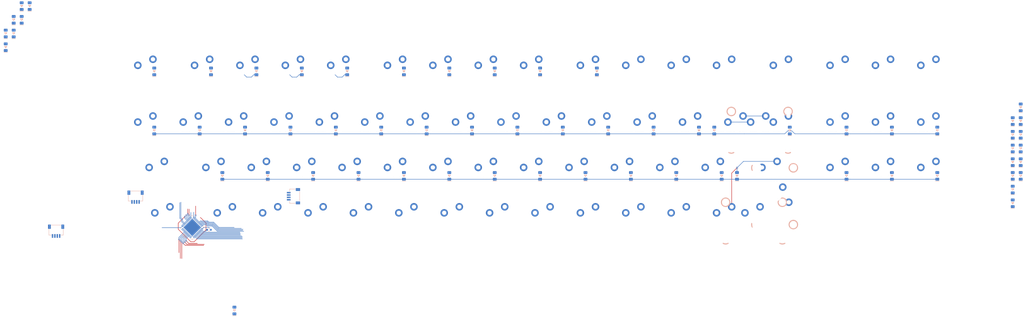
<source format=kicad_pcb>
(kicad_pcb (version 20171130) (host pcbnew "(5.1.11)-1")
  (layers (0 F.Cu signal) (31 B.Cu signal) (34 B.Paste user) (35 F.Paste user) (36 B.SilkS user) (37 F.SilkS user) (38 B.Mask user) (39 F.Mask user) (44 Edge.Cuts user))
  (net 0 "")
  (net 1 RST)
  (net 2 +5V)
  (net 3 "Net-(U1-Pad42)")
  (net 4 "Net-(U1-Pad41)")
  (net 5 "Net-(U1-Pad40)")
  (net 6 "Net-(U1-Pad39)")
  (net 7 "Net-(U1-Pad38)")
  (net 8 "Net-(U1-Pad37)")
  (net 9 "Net-(U1-Pad36)")
  (net 10 "Net-(U1-Pad33)")
  (net 11 "Net-(U1-Pad32)")
  (net 12 "Net-(U1-Pad31)")
  (net 13 "Net-(U1-Pad30)")
  (net 14 "Net-(U1-Pad29)")
  (net 15 "Net-(U1-Pad28)")
  (net 16 "Net-(U1-Pad27)")
  (net 17 "Net-(U1-Pad26)")
  (net 18 "Net-(U1-Pad25)")
  (net 19 "Net-(U1-Pad22)")
  (net 20 "Net-(U1-Pad21)")
  (net 21 "Net-(U1-Pad20)")
  (net 22 "Net-(U1-Pad19)")
  (net 23 "Net-(U1-Pad18)")
  (net 24 "Net-(U1-Pad17)")
  (net 25 "Net-(U1-Pad16)")
  (net 26 "Net-(U1-Pad12)")
  (net 27 "Net-(U1-Pad11)")
  (net 28 "Net-(U1-Pad10)")
  (net 29 "Net-(U1-Pad9)")
  (net 30 "Net-(U1-Pad8)")
  (net 31 "Net-(C1-Pad2)")
  (net 32 /DA+)
  (net 33 /DA-)
  (net 34 "Net-(U1-Pad1)")
  (net 35 "Net-(D1-Pad2)")
  (net 36 "Net-(MX1-Pad1)")
  (net 37 "Net-(D2-Pad2)")
  (net 38 "Net-(D3-Pad2)")
  (net 39 "Net-(D4-Pad2)")
  (net 40 "Net-(D5-Pad2)")
  (net 41 "Net-(D6-Pad2)")
  (net 42 "Net-(D7-Pad2)")
  (net 43 "Net-(D8-Pad2)")
  (net 44 "Net-(D9-Pad2)")
  (net 45 "Net-(D10-Pad2)")
  (net 46 "Net-(MX10-Pad1)")
  (net 47 "Net-(D11-Pad2)")
  (net 48 "Net-(MX11-Pad1)")
  (net 49 "Net-(D12-Pad2)")
  (net 50 "Net-(MX12-Pad1)")
  (net 51 "Net-(D13-Pad2)")
  (net 52 "Net-(MX13-Pad1)")
  (net 53 "Net-(D14-Pad2)")
  (net 54 "Net-(MX14-Pad1)")
  (net 55 "Net-(D15-Pad2)")
  (net 56 "Net-(MX15-Pad1)")
  (net 57 "Net-(D16-Pad2)")
  (net 58 "Net-(MX16-Pad1)")
  (net 59 "Net-(D17-Pad2)")
  (net 60 "Net-(MX17-Pad1)")
  (net 61 "Net-(D1-Pad1)")
  (net 62 "Net-(D18-Pad2)")
  (net 63 "Net-(D18-Pad1)")
  (net 64 "Net-(D19-Pad2)")
  (net 65 "Net-(D20-Pad2)")
  (net 66 "Net-(D21-Pad2)")
  (net 67 "Net-(D22-Pad2)")
  (net 68 "Net-(D23-Pad2)")
  (net 69 "Net-(D24-Pad2)")
  (net 70 "Net-(D25-Pad2)")
  (net 71 "Net-(D26-Pad2)")
  (net 72 "Net-(D27-Pad2)")
  (net 73 "Net-(D28-Pad2)")
  (net 74 "Net-(D29-Pad2)")
  (net 75 "Net-(D30-Pad2)")
  (net 76 "Net-(D31-Pad2)")
  (net 77 "Net-(D32-Pad2)")
  (net 78 "Net-(D33-Pad2)")
  (net 79 "Net-(D34-Pad2)")
  (net 80 "Net-(MX19-Pad1)")
  (net 81 "Net-(MX20-Pad1)")
  (net 82 "Net-(MX21-Pad1)")
  (net 83 "Net-(MX22-Pad1)")
  (net 84 "Net-(MX23-Pad1)")
  (net 85 "Net-(MX24-Pad1)")
  (net 86 "Net-(MX25-Pad1)")
  (net 87 "Net-(MX26-Pad1)")
  (net 88 "Net-(D35-Pad2)")
  (net 89 "Net-(D35-Pad1)")
  (net 90 "Net-(D36-Pad2)")
  (net 91 "Net-(D37-Pad2)")
  (net 92 "Net-(D38-Pad2)")
  (net 93 "Net-(D39-Pad2)")
  (net 94 "Net-(D40-Pad2)")
  (net 95 "Net-(D41-Pad2)")
  (net 96 "Net-(D42-Pad2)")
  (net 97 "Net-(D43-Pad2)")
  (net 98 "Net-(D44-Pad2)")
  (net 99 "Net-(D45-Pad2)")
  (net 100 "Net-(D46-Pad2)")
  (net 101 "Net-(D47-Pad2)")
  (net 102 "Net-(D48-Pad2)")
  (net 103 "Net-(D49-Pad2)")
  (net 104 "Net-(D50-Pad2)")
  (net 105 "Net-(D51-Pad2)")
  (net 106 "Net-(D52-Pad2)")
  (net 107 "Net-(D52-Pad1)")
  (net 108 "Net-(D53-Pad2)")
  (net 109 "Net-(D54-Pad2)")
  (net 110 "Net-(D55-Pad2)")
  (net 111 "Net-(D56-Pad2)")
  (net 112 "Net-(D57-Pad2)")
  (net 113 "Net-(D58-Pad2)")
  (net 114 "Net-(D59-Pad2)")
  (net 115 "Net-(D60-Pad2)")
  (net 116 "Net-(D61-Pad2)")
  (net 117 "Net-(D62-Pad2)")
  (net 118 "Net-(D63-Pad2)")
  (net 119 "Net-(D64-Pad2)")
  (net 120 "Net-(D65-Pad2)")
  (net 121 GND)
  (net 122 "Net-(J1-Pad1)")
  (net 123 "Net-(J1-Pad2)")
  (net 124 "Net-(J1-Pad4)")
  (net 125 "Net-(J1-Pad3)")
  (module MX_Solder_SawnsProjects:MXOnly-1U-NoLED (layer F.Cu) (at 85.725 123.825)
    (fp_text reference MX53)
    (fp_text value 1U)
    (pad 1 smd circle (at -3.81 -2.54) (size 3.2 3.2) (layers B.Cu) (net 80 "Net-(MX19-Pad1)"))
    (pad "" np_thru_hole circle (at -5.08 0 48.0996) (size 1.75 1.75) (drill 1.75) (layers *.Cu *.Mask))
    (pad "" np_thru_hole circle (at 0 0) (size 3.9878 3.9878) (drill 3.9878) (layers *.Cu *.Mask))
    (pad 1 thru_hole circle (at -3.81 -2.54) (size 2.4 2.4) (drill 1.8) (layers *.Cu) (net 80 "Net-(MX19-Pad1)"))
    (pad 2 thru_hole circle (at 2.54 -5.08) (size 2.4 2.4) (drill 1.8) (layers *.Cu) (net 108 "Net-(D53-Pad2)"))
    (pad "" np_thru_hole circle (at 5.08 0 48.0996) (size 1.75 1.75) (drill 1.75) (layers *.Cu *.Mask))
    (pad 2 smd circle (at 2.54 -5.08) (size 3.2 3.2) (layers B.Cu) (net 108 "Net-(D53-Pad2)"))
  )
  (module sanproject-keyboard-part:C_0603 (layer B.Cu) (at 78.4375 128.396875)
    (fp_text reference C2)
    (fp_text value 10uF)
    (pad 2 smd rect (at 0.75 0) (size 0.8 0.75) (layers B.Cu B.Paste B.Mask))
    (pad 1 smd rect (at -0.75 0) (size 0.8 0.75) (layers B.Cu B.Paste B.Mask))
  )
  (module MX_Solder_SawnsProjects:MXOnly-1.75U-NoLED (layer F.Cu) (at 59.53125 123.825)
    (fp_text reference MX52)
    (fp_text value 1.75U)
    (pad 1 smd circle (at -3.81 -2.54) (size 3.2 3.2) (layers B.Cu) (net 36 "Net-(MX1-Pad1)"))
    (pad "" np_thru_hole circle (at -5.08 0 48.0996) (size 1.75 1.75) (drill 1.75) (layers *.Cu *.Mask))
    (pad "" np_thru_hole circle (at 0 0) (size 3.9878 3.9878) (drill 3.9878) (layers *.Cu *.Mask))
    (pad 1 thru_hole circle (at -3.81 -2.54) (size 2.4 2.4) (drill 1.8) (layers *.Cu) (net 36 "Net-(MX1-Pad1)"))
    (pad 2 thru_hole circle (at 2.54 -5.08) (size 2.4 2.4) (drill 1.8) (layers *.Cu) (net 106 "Net-(D52-Pad2)"))
    (pad "" np_thru_hole circle (at 5.08 0 48.0996) (size 1.75 1.75) (drill 1.75) (layers *.Cu *.Mask))
    (pad 2 smd circle (at 2.54 -5.08) (size 3.2 3.2) (layers B.Cu) (net 106 "Net-(D52-Pad2)"))
  )
  (module MX_Solder_SawnsProjects:MXOnly-1U-NoLED (layer F.Cu) (at 180.975 123.825)
    (fp_text reference MX58)
    (fp_text value 1U)
    (pad 1 smd circle (at -3.81 -2.54) (size 3.2 3.2) (layers B.Cu) (net 85 "Net-(MX24-Pad1)"))
    (pad "" np_thru_hole circle (at -5.08 0 48.0996) (size 1.75 1.75) (drill 1.75) (layers *.Cu *.Mask))
    (pad "" np_thru_hole circle (at 0 0) (size 3.9878 3.9878) (drill 3.9878) (layers *.Cu *.Mask))
    (pad 1 thru_hole circle (at -3.81 -2.54) (size 2.4 2.4) (drill 1.8) (layers *.Cu) (net 85 "Net-(MX24-Pad1)"))
    (pad 2 thru_hole circle (at 2.54 -5.08) (size 2.4 2.4) (drill 1.8) (layers *.Cu) (net 113 "Net-(D58-Pad2)"))
    (pad "" np_thru_hole circle (at 5.08 0 48.0996) (size 1.75 1.75) (drill 1.75) (layers *.Cu *.Mask))
    (pad 2 smd circle (at 2.54 -5.08) (size 3.2 3.2) (layers B.Cu) (net 113 "Net-(D58-Pad2)"))
  )
  (module sanproject-keyboard-part:JST-SR-4 (layer B.Cu) (at 116.68125 114.3 270)
    (fp_text reference J3)
    (fp_text value JST3)
    (pad 3 smd rect (at 0.5 4.775 270) (size 0.6 1.55) (layers B.Cu B.Paste B.Mask) (net 125 "Net-(J1-Pad3)"))
    (pad 4 smd rect (at 1.5 4.775 270) (size 0.6 1.55) (layers B.Cu B.Paste B.Mask) (net 124 "Net-(J1-Pad4)"))
    (pad 2 smd rect (at -0.5 4.775 270) (size 0.6 1.55) (layers B.Cu B.Paste B.Mask) (net 123 "Net-(J1-Pad2)"))
    (pad 1 smd rect (at -1.5 4.775 270) (size 0.6 1.55) (layers B.Cu B.Paste B.Mask) (net 122 "Net-(J1-Pad1)"))
    (pad "" smd rect (at -2.8 0.9 270) (size 1.2 1.8) (layers B.Cu B.Paste B.Mask))
    (pad "" smd rect (at 2.8 0.9 270) (size 1.2 1.8) (layers B.Cu B.Paste B.Mask))
  )
  (module sanproject-keyboard-part:JST-SR-4 (layer B.Cu) (at 47.625 111.91875)
    (fp_text reference J2)
    (fp_text value JST2)
    (pad "" smd rect (at 2.8 0.9) (size 1.2 1.8) (layers B.Cu B.Paste B.Mask))
    (pad "" smd rect (at -2.8 0.9) (size 1.2 1.8) (layers B.Cu B.Paste B.Mask))
    (pad 1 smd rect (at -1.5 4.775) (size 0.6 1.55) (layers B.Cu B.Paste B.Mask) (net 122 "Net-(J1-Pad1)"))
    (pad 2 smd rect (at -0.5 4.775) (size 0.6 1.55) (layers B.Cu B.Paste B.Mask) (net 123 "Net-(J1-Pad2)"))
    (pad 4 smd rect (at 1.5 4.775) (size 0.6 1.55) (layers B.Cu B.Paste B.Mask) (net 124 "Net-(J1-Pad4)"))
    (pad 3 smd rect (at 0.5 4.775) (size 0.6 1.55) (layers B.Cu B.Paste B.Mask) (net 125 "Net-(J1-Pad3)"))
  )
  (module sanproject-keyboard-part:JST-SR-4 (layer B.Cu) (at 14.2875 126.20625)
    (fp_text reference J1)
    (fp_text value JST1)
    (pad "" smd rect (at 2.8 0.9) (size 1.2 1.8) (layers B.Cu B.Paste B.Mask))
    (pad "" smd rect (at -2.8 0.9) (size 1.2 1.8) (layers B.Cu B.Paste B.Mask))
    (pad 1 smd rect (at -1.5 4.775) (size 0.6 1.55) (layers B.Cu B.Paste B.Mask) (net 122 "Net-(J1-Pad1)"))
    (pad 2 smd rect (at -0.5 4.775) (size 0.6 1.55) (layers B.Cu B.Paste B.Mask) (net 123 "Net-(J1-Pad2)"))
    (pad 4 smd rect (at 1.5 4.775) (size 0.6 1.55) (layers B.Cu B.Paste B.Mask) (net 124 "Net-(J1-Pad4)"))
    (pad 3 smd rect (at 0.5 4.775) (size 0.6 1.55) (layers B.Cu B.Paste B.Mask) (net 125 "Net-(J1-Pad3)"))
  )
  (module MX_Solder_SawnsProjects:MXOnly-1U-NoLED (layer F.Cu) (at 295.275 123.825)
    (fp_text reference MX67)
    (fp_text value 1U)
    (pad 1 smd circle (at -3.81 -2.54) (size 3.2 3.2) (layers B.Cu) (net 54 "Net-(MX14-Pad1)"))
    (pad "" np_thru_hole circle (at -5.08 0 48.0996) (size 1.75 1.75) (drill 1.75) (layers *.Cu *.Mask))
    (pad "" np_thru_hole circle (at 0 0) (size 3.9878 3.9878) (drill 3.9878) (layers *.Cu *.Mask))
    (pad 1 thru_hole circle (at -3.81 -2.54) (size 2.4 2.4) (drill 1.8) (layers *.Cu) (net 54 "Net-(MX14-Pad1)"))
    (pad 2 thru_hole circle (at 2.54 -5.08) (size 2.4 2.4) (drill 1.8) (layers *.Cu) (net 102 "Net-(D48-Pad2)"))
    (pad "" np_thru_hole circle (at 5.08 0 48.0996) (size 1.75 1.75) (drill 1.75) (layers *.Cu *.Mask))
    (pad 2 smd circle (at 2.54 -5.08) (size 3.2 3.2) (layers B.Cu) (net 102 "Net-(D48-Pad2)"))
  )
  (module MX_Solder_SawnsProjects:MXOnly-ISO-ROTATED-ReversedStabilizers-NoLED (layer F.Cu) (at 316.70625 114.3)
    (fp_text reference MX68)
    (fp_text value ISO)
    (pad "" np_thru_hole circle (at 6.985 11.938) (size 3.048 3.048) (drill 3.048) (layers *.Cu *.Mask))
    (pad "" np_thru_hole circle (at 6.985 -11.938) (size 3.048 3.048) (drill 3.048) (layers *.Cu *.Mask))
    (pad "" np_thru_hole circle (at -8.255 11.938) (size 3.9878 3.9878) (drill 3.9878) (layers *.Cu *.Mask))
    (pad "" np_thru_hole circle (at -8.255 -11.938) (size 3.9878 3.9878) (drill 3.9878) (layers *.Cu *.Mask))
    (pad 1 smd circle (at 2.54 -3.81 270) (size 3.2 3.2) (layers B.Cu) (net 120 "Net-(D65-Pad2)"))
    (pad "" np_thru_hole circle (at 0 -5.08 318.0996) (size 1.75 1.75) (drill 1.75) (layers *.Cu *.Mask))
    (pad 2 smd circle (at 5.08 2.54 270) (size 3.2 3.2) (layers B.Cu) (net 54 "Net-(MX14-Pad1)"))
    (pad "" np_thru_hole circle (at 0 0 270) (size 3.9878 3.9878) (drill 3.9878) (layers *.Cu *.Mask))
    (pad 2 thru_hole circle (at 5.08 2.54 270) (size 2.4 2.4) (drill 1.8) (layers *.Cu) (net 54 "Net-(MX14-Pad1)"))
    (pad 1 thru_hole circle (at 2.54 -3.81 270) (size 2.4 2.4) (drill 1.8) (layers *.Cu) (net 120 "Net-(D65-Pad2)"))
    (pad "" np_thru_hole circle (at 0 5.08 318.0996) (size 1.75 1.75) (drill 1.75) (layers *.Cu *.Mask))
  )
  (module MX_Solder_SawnsProjects:MXOnly-2U-NoLED (layer F.Cu) (at 309.5625 85.725)
    (fp_text reference MX66)
    (fp_text value 2U)
    (pad 1 smd circle (at -3.81 -2.54) (size 3.2 3.2) (layers B.Cu) (net 54 "Net-(MX14-Pad1)"))
    (pad "" np_thru_hole circle (at -5.08 0 48.0996) (size 1.75 1.75) (drill 1.75) (layers *.Cu *.Mask))
    (pad 2 smd circle (at 2.54 -5.08) (size 3.2 3.2) (layers B.Cu) (net 76 "Net-(D31-Pad2)"))
    (pad "" np_thru_hole circle (at 0 0) (size 3.9878 3.9878) (drill 3.9878) (layers *.Cu *.Mask))
    (pad 2 thru_hole circle (at 2.54 -5.08) (size 2.4 2.4) (drill 1.8) (layers *.Cu) (net 76 "Net-(D31-Pad2)"))
    (pad 1 thru_hole circle (at -3.81 -2.54) (size 2.4 2.4) (drill 1.8) (layers *.Cu) (net 54 "Net-(MX14-Pad1)"))
    (pad "" np_thru_hole circle (at 5.08 0 48.0996) (size 1.75 1.75) (drill 1.75) (layers *.Cu *.Mask))
    (pad "" np_thru_hole circle (at 11.90625 8.255 180) (size 3.9878 3.9878) (drill 3.9878) (layers *.Cu *.Mask))
    (pad "" np_thru_hole circle (at -11.90625 8.255 180) (size 3.9878 3.9878) (drill 3.9878) (layers *.Cu *.Mask))
    (pad "" np_thru_hole circle (at 11.90625 -6.985 180) (size 3.048 3.048) (drill 3.048) (layers *.Cu *.Mask))
    (pad "" np_thru_hole circle (at -11.90625 -6.985 180) (size 3.048 3.048) (drill 3.048) (layers *.Cu *.Mask))
  )
  (module MX_Solder_SawnsProjects:MXOnly-2.25U-NoLED (layer F.Cu) (at 307.18125 123.825)
    (fp_text reference MX65)
    (fp_text value 2.25U)
    (pad "" np_thru_hole circle (at 11.90625 8.255) (size 3.9878 3.9878) (drill 3.9878) (layers *.Cu *.Mask))
    (pad "" np_thru_hole circle (at -11.90625 8.255) (size 3.9878 3.9878) (drill 3.9878) (layers *.Cu *.Mask))
    (pad "" np_thru_hole circle (at 11.90625 -6.985) (size 3.048 3.048) (drill 3.048) (layers *.Cu *.Mask))
    (pad "" np_thru_hole circle (at -11.90625 -6.985) (size 3.048 3.048) (drill 3.048) (layers *.Cu *.Mask))
    (pad 1 smd circle (at -3.81 -2.54) (size 3.2 3.2) (layers B.Cu) (net 54 "Net-(MX14-Pad1)"))
    (pad "" np_thru_hole circle (at -5.08 0 48.0996) (size 1.75 1.75) (drill 1.75) (layers *.Cu *.Mask))
    (pad 2 smd circle (at 2.54 -5.08) (size 3.2 3.2) (layers B.Cu) (net 120 "Net-(D65-Pad2)"))
    (pad "" np_thru_hole circle (at 0 0) (size 3.9878 3.9878) (drill 3.9878) (layers *.Cu *.Mask))
    (pad 2 thru_hole circle (at 2.54 -5.08) (size 2.4 2.4) (drill 1.8) (layers *.Cu) (net 120 "Net-(D65-Pad2)"))
    (pad 1 thru_hole circle (at -3.81 -2.54) (size 2.4 2.4) (drill 1.8) (layers *.Cu) (net 54 "Net-(MX14-Pad1)"))
    (pad "" np_thru_hole circle (at 5.08 0 48.0996) (size 1.75 1.75) (drill 1.75) (layers *.Cu *.Mask))
  )
  (module MX_Solder_SawnsProjects:MXOnly-1U-NoLED (layer F.Cu) (at 319.0875 85.725)
    (fp_text reference MX64)
    (fp_text value 1U)
    (pad 2 smd circle (at 2.54 -5.08) (size 3.2 3.2) (layers B.Cu) (net 119 "Net-(D64-Pad2)"))
    (pad "" np_thru_hole circle (at 5.08 0 48.0996) (size 1.75 1.75) (drill 1.75) (layers *.Cu *.Mask))
    (pad 2 thru_hole circle (at 2.54 -5.08) (size 2.4 2.4) (drill 1.8) (layers *.Cu) (net 119 "Net-(D64-Pad2)"))
    (pad 1 thru_hole circle (at -3.81 -2.54) (size 2.4 2.4) (drill 1.8) (layers *.Cu) (net 52 "Net-(MX13-Pad1)"))
    (pad "" np_thru_hole circle (at 0 0) (size 3.9878 3.9878) (drill 3.9878) (layers *.Cu *.Mask))
    (pad "" np_thru_hole circle (at -5.08 0 48.0996) (size 1.75 1.75) (drill 1.75) (layers *.Cu *.Mask))
    (pad 1 smd circle (at -3.81 -2.54) (size 3.2 3.2) (layers B.Cu) (net 52 "Net-(MX13-Pad1)"))
  )
  (module MX_Solder_SawnsProjects:MXOnly-1U-NoLED (layer F.Cu) (at 276.225 123.825)
    (fp_text reference MX63)
    (fp_text value 1U)
    (pad 1 smd circle (at -3.81 -2.54) (size 3.2 3.2) (layers B.Cu) (net 50 "Net-(MX12-Pad1)"))
    (pad "" np_thru_hole circle (at -5.08 0 48.0996) (size 1.75 1.75) (drill 1.75) (layers *.Cu *.Mask))
    (pad "" np_thru_hole circle (at 0 0) (size 3.9878 3.9878) (drill 3.9878) (layers *.Cu *.Mask))
    (pad 1 thru_hole circle (at -3.81 -2.54) (size 2.4 2.4) (drill 1.8) (layers *.Cu) (net 50 "Net-(MX12-Pad1)"))
    (pad 2 thru_hole circle (at 2.54 -5.08) (size 2.4 2.4) (drill 1.8) (layers *.Cu) (net 118 "Net-(D63-Pad2)"))
    (pad "" np_thru_hole circle (at 5.08 0 48.0996) (size 1.75 1.75) (drill 1.75) (layers *.Cu *.Mask))
    (pad 2 smd circle (at 2.54 -5.08) (size 3.2 3.2) (layers B.Cu) (net 118 "Net-(D63-Pad2)"))
  )
  (module MX_Solder_SawnsProjects:MXOnly-1U-NoLED (layer F.Cu) (at 257.175 123.825)
    (fp_text reference MX62)
    (fp_text value 1U)
    (pad 1 smd circle (at -3.81 -2.54) (size 3.2 3.2) (layers B.Cu) (net 48 "Net-(MX11-Pad1)"))
    (pad "" np_thru_hole circle (at -5.08 0 48.0996) (size 1.75 1.75) (drill 1.75) (layers *.Cu *.Mask))
    (pad "" np_thru_hole circle (at 0 0) (size 3.9878 3.9878) (drill 3.9878) (layers *.Cu *.Mask))
    (pad 1 thru_hole circle (at -3.81 -2.54) (size 2.4 2.4) (drill 1.8) (layers *.Cu) (net 48 "Net-(MX11-Pad1)"))
    (pad 2 thru_hole circle (at 2.54 -5.08) (size 2.4 2.4) (drill 1.8) (layers *.Cu) (net 117 "Net-(D62-Pad2)"))
    (pad "" np_thru_hole circle (at 5.08 0 48.0996) (size 1.75 1.75) (drill 1.75) (layers *.Cu *.Mask))
    (pad 2 smd circle (at 2.54 -5.08) (size 3.2 3.2) (layers B.Cu) (net 117 "Net-(D62-Pad2)"))
  )
  (module MX_Solder_SawnsProjects:MXOnly-1U-NoLED (layer F.Cu) (at 238.125 123.825)
    (fp_text reference MX61)
    (fp_text value 1U)
    (pad 1 smd circle (at -3.81 -2.54) (size 3.2 3.2) (layers B.Cu) (net 46 "Net-(MX10-Pad1)"))
    (pad "" np_thru_hole circle (at -5.08 0 48.0996) (size 1.75 1.75) (drill 1.75) (layers *.Cu *.Mask))
    (pad "" np_thru_hole circle (at 0 0) (size 3.9878 3.9878) (drill 3.9878) (layers *.Cu *.Mask))
    (pad 1 thru_hole circle (at -3.81 -2.54) (size 2.4 2.4) (drill 1.8) (layers *.Cu) (net 46 "Net-(MX10-Pad1)"))
    (pad 2 thru_hole circle (at 2.54 -5.08) (size 2.4 2.4) (drill 1.8) (layers *.Cu) (net 116 "Net-(D61-Pad2)"))
    (pad "" np_thru_hole circle (at 5.08 0 48.0996) (size 1.75 1.75) (drill 1.75) (layers *.Cu *.Mask))
    (pad 2 smd circle (at 2.54 -5.08) (size 3.2 3.2) (layers B.Cu) (net 116 "Net-(D61-Pad2)"))
  )
  (module MX_Solder_SawnsProjects:MXOnly-1U-NoLED (layer F.Cu) (at 219.075 123.825)
    (fp_text reference MX60)
    (fp_text value 1U)
    (pad 1 smd circle (at -3.81 -2.54) (size 3.2 3.2) (layers B.Cu) (net 87 "Net-(MX26-Pad1)"))
    (pad "" np_thru_hole circle (at -5.08 0 48.0996) (size 1.75 1.75) (drill 1.75) (layers *.Cu *.Mask))
    (pad "" np_thru_hole circle (at 0 0) (size 3.9878 3.9878) (drill 3.9878) (layers *.Cu *.Mask))
    (pad 1 thru_hole circle (at -3.81 -2.54) (size 2.4 2.4) (drill 1.8) (layers *.Cu) (net 87 "Net-(MX26-Pad1)"))
    (pad 2 thru_hole circle (at 2.54 -5.08) (size 2.4 2.4) (drill 1.8) (layers *.Cu) (net 115 "Net-(D60-Pad2)"))
    (pad "" np_thru_hole circle (at 5.08 0 48.0996) (size 1.75 1.75) (drill 1.75) (layers *.Cu *.Mask))
    (pad 2 smd circle (at 2.54 -5.08) (size 3.2 3.2) (layers B.Cu) (net 115 "Net-(D60-Pad2)"))
  )
  (module MX_Solder_SawnsProjects:MXOnly-1U-NoLED (layer F.Cu) (at 200.025 123.825)
    (fp_text reference MX59)
    (fp_text value 1U)
    (pad 1 smd circle (at -3.81 -2.54) (size 3.2 3.2) (layers B.Cu) (net 86 "Net-(MX25-Pad1)"))
    (pad "" np_thru_hole circle (at -5.08 0 48.0996) (size 1.75 1.75) (drill 1.75) (layers *.Cu *.Mask))
    (pad "" np_thru_hole circle (at 0 0) (size 3.9878 3.9878) (drill 3.9878) (layers *.Cu *.Mask))
    (pad 1 thru_hole circle (at -3.81 -2.54) (size 2.4 2.4) (drill 1.8) (layers *.Cu) (net 86 "Net-(MX25-Pad1)"))
    (pad 2 thru_hole circle (at 2.54 -5.08) (size 2.4 2.4) (drill 1.8) (layers *.Cu) (net 114 "Net-(D59-Pad2)"))
    (pad "" np_thru_hole circle (at 5.08 0 48.0996) (size 1.75 1.75) (drill 1.75) (layers *.Cu *.Mask))
    (pad 2 smd circle (at 2.54 -5.08) (size 3.2 3.2) (layers B.Cu) (net 114 "Net-(D59-Pad2)"))
  )
  (module MX_Solder_SawnsProjects:MXOnly-1U-NoLED (layer F.Cu) (at 161.925 123.825)
    (fp_text reference MX57)
    (fp_text value 1U)
    (pad 1 smd circle (at -3.81 -2.54) (size 3.2 3.2) (layers B.Cu) (net 84 "Net-(MX23-Pad1)"))
    (pad "" np_thru_hole circle (at -5.08 0 48.0996) (size 1.75 1.75) (drill 1.75) (layers *.Cu *.Mask))
    (pad "" np_thru_hole circle (at 0 0) (size 3.9878 3.9878) (drill 3.9878) (layers *.Cu *.Mask))
    (pad 1 thru_hole circle (at -3.81 -2.54) (size 2.4 2.4) (drill 1.8) (layers *.Cu) (net 84 "Net-(MX23-Pad1)"))
    (pad 2 thru_hole circle (at 2.54 -5.08) (size 2.4 2.4) (drill 1.8) (layers *.Cu) (net 112 "Net-(D57-Pad2)"))
    (pad "" np_thru_hole circle (at 5.08 0 48.0996) (size 1.75 1.75) (drill 1.75) (layers *.Cu *.Mask))
    (pad 2 smd circle (at 2.54 -5.08) (size 3.2 3.2) (layers B.Cu) (net 112 "Net-(D57-Pad2)"))
  )
  (module MX_Solder_SawnsProjects:MXOnly-1U-NoLED (layer F.Cu) (at 142.875 123.825)
    (fp_text reference MX56)
    (fp_text value 1U)
    (pad 1 smd circle (at -3.81 -2.54) (size 3.2 3.2) (layers B.Cu) (net 83 "Net-(MX22-Pad1)"))
    (pad "" np_thru_hole circle (at -5.08 0 48.0996) (size 1.75 1.75) (drill 1.75) (layers *.Cu *.Mask))
    (pad "" np_thru_hole circle (at 0 0) (size 3.9878 3.9878) (drill 3.9878) (layers *.Cu *.Mask))
    (pad 1 thru_hole circle (at -3.81 -2.54) (size 2.4 2.4) (drill 1.8) (layers *.Cu) (net 83 "Net-(MX22-Pad1)"))
    (pad 2 thru_hole circle (at 2.54 -5.08) (size 2.4 2.4) (drill 1.8) (layers *.Cu) (net 111 "Net-(D56-Pad2)"))
    (pad "" np_thru_hole circle (at 5.08 0 48.0996) (size 1.75 1.75) (drill 1.75) (layers *.Cu *.Mask))
    (pad 2 smd circle (at 2.54 -5.08) (size 3.2 3.2) (layers B.Cu) (net 111 "Net-(D56-Pad2)"))
  )
  (module MX_Solder_SawnsProjects:MXOnly-1U-NoLED (layer F.Cu) (at 123.825 123.825)
    (fp_text reference MX55)
    (fp_text value 1U)
    (pad 1 smd circle (at -3.81 -2.54) (size 3.2 3.2) (layers B.Cu) (net 82 "Net-(MX21-Pad1)"))
    (pad "" np_thru_hole circle (at -5.08 0 48.0996) (size 1.75 1.75) (drill 1.75) (layers *.Cu *.Mask))
    (pad "" np_thru_hole circle (at 0 0) (size 3.9878 3.9878) (drill 3.9878) (layers *.Cu *.Mask))
    (pad 1 thru_hole circle (at -3.81 -2.54) (size 2.4 2.4) (drill 1.8) (layers *.Cu) (net 82 "Net-(MX21-Pad1)"))
    (pad 2 thru_hole circle (at 2.54 -5.08) (size 2.4 2.4) (drill 1.8) (layers *.Cu) (net 110 "Net-(D55-Pad2)"))
    (pad "" np_thru_hole circle (at 5.08 0 48.0996) (size 1.75 1.75) (drill 1.75) (layers *.Cu *.Mask))
    (pad 2 smd circle (at 2.54 -5.08) (size 3.2 3.2) (layers B.Cu) (net 110 "Net-(D55-Pad2)"))
  )
  (module MX_Solder_SawnsProjects:MXOnly-1U-NoLED (layer F.Cu) (at 104.775 123.825)
    (fp_text reference MX54)
    (fp_text value 1U)
    (pad 1 smd circle (at -3.81 -2.54) (size 3.2 3.2) (layers B.Cu) (net 81 "Net-(MX20-Pad1)"))
    (pad "" np_thru_hole circle (at -5.08 0 48.0996) (size 1.75 1.75) (drill 1.75) (layers *.Cu *.Mask))
    (pad "" np_thru_hole circle (at 0 0) (size 3.9878 3.9878) (drill 3.9878) (layers *.Cu *.Mask))
    (pad 1 thru_hole circle (at -3.81 -2.54) (size 2.4 2.4) (drill 1.8) (layers *.Cu) (net 81 "Net-(MX20-Pad1)"))
    (pad 2 thru_hole circle (at 2.54 -5.08) (size 2.4 2.4) (drill 1.8) (layers *.Cu) (net 109 "Net-(D54-Pad2)"))
    (pad "" np_thru_hole circle (at 5.08 0 48.0996) (size 1.75 1.75) (drill 1.75) (layers *.Cu *.Mask))
    (pad 2 smd circle (at 2.54 -5.08) (size 3.2 3.2) (layers B.Cu) (net 109 "Net-(D54-Pad2)"))
  )
  (module sanproject-keyboard-part:DIODE_1206_SawnsProjects (layer B.Cu) (at 415.75 117.2625 90)
    (fp_text reference D65)
    (fp_text value 1N4148W)
    (pad 2 smd roundrect (at 1.4 0 90) (size 1.2 1.6) (layers B.Cu B.Paste B.Mask) (roundrect_rratio 0.2) (net 120 "Net-(D65-Pad2)"))
    (pad 1 smd roundrect (at -1.4 0 90) (size 1.2 1.6) (layers B.Cu B.Paste B.Mask) (roundrect_rratio 0.2) (net 107 "Net-(D52-Pad1)"))
  )
  (module sanproject-keyboard-part:DIODE_1206_SawnsProjects (layer B.Cu) (at 322.1865 86.725 90)
    (fp_text reference D64)
    (fp_text value 1N4148W)
    (pad 2 smd roundrect (at 1.4 0 90) (size 1.2 1.6) (layers B.Cu B.Paste B.Mask) (roundrect_rratio 0.2) (net 119 "Net-(D64-Pad2)"))
    (pad 1 smd roundrect (at -1.4 0 90) (size 1.2 1.6) (layers B.Cu B.Paste B.Mask) (roundrect_rratio 0.2) (net 107 "Net-(D52-Pad1)"))
  )
  (module sanproject-keyboard-part:DIODE_1206_SawnsProjects (layer B.Cu) (at 419.1 105.7625 90)
    (fp_text reference D63)
    (fp_text value 1N4148W)
    (pad 2 smd roundrect (at 1.4 0 90) (size 1.2 1.6) (layers B.Cu B.Paste B.Mask) (roundrect_rratio 0.2) (net 118 "Net-(D63-Pad2)"))
    (pad 1 smd roundrect (at -1.4 0 90) (size 1.2 1.6) (layers B.Cu B.Paste B.Mask) (roundrect_rratio 0.2) (net 107 "Net-(D52-Pad1)"))
  )
  (module sanproject-keyboard-part:DIODE_1206_SawnsProjects (layer B.Cu) (at 415.75 111.5125 90)
    (fp_text reference D62)
    (fp_text value 1N4148W)
    (pad 2 smd roundrect (at 1.4 0 90) (size 1.2 1.6) (layers B.Cu B.Paste B.Mask) (roundrect_rratio 0.2) (net 117 "Net-(D62-Pad2)"))
    (pad 1 smd roundrect (at -1.4 0 90) (size 1.2 1.6) (layers B.Cu B.Paste B.Mask) (roundrect_rratio 0.2) (net 107 "Net-(D52-Pad1)"))
  )
  (module sanproject-keyboard-part:DIODE_1206_SawnsProjects (layer B.Cu) (at 415.75 82.7625 90)
    (fp_text reference D61)
    (fp_text value 1N4148W)
    (pad 2 smd roundrect (at 1.4 0 90) (size 1.2 1.6) (layers B.Cu B.Paste B.Mask) (roundrect_rratio 0.2) (net 116 "Net-(D61-Pad2)"))
    (pad 1 smd roundrect (at -1.4 0 90) (size 1.2 1.6) (layers B.Cu B.Paste B.Mask) (roundrect_rratio 0.2) (net 107 "Net-(D52-Pad1)"))
  )
  (module sanproject-keyboard-part:DIODE_1206_SawnsProjects (layer B.Cu) (at 415.75 105.7625 90)
    (fp_text reference D60)
    (fp_text value 1N4148W)
    (pad 2 smd roundrect (at 1.4 0 90) (size 1.2 1.6) (layers B.Cu B.Paste B.Mask) (roundrect_rratio 0.2) (net 115 "Net-(D60-Pad2)"))
    (pad 1 smd roundrect (at -1.4 0 90) (size 1.2 1.6) (layers B.Cu B.Paste B.Mask) (roundrect_rratio 0.2) (net 107 "Net-(D52-Pad1)"))
  )
  (module sanproject-keyboard-part:DIODE_1206_SawnsProjects (layer B.Cu) (at 415.75 100.0125 90)
    (fp_text reference D59)
    (fp_text value 1N4148W)
    (pad 2 smd roundrect (at 1.4 0 90) (size 1.2 1.6) (layers B.Cu B.Paste B.Mask) (roundrect_rratio 0.2) (net 114 "Net-(D59-Pad2)"))
    (pad 1 smd roundrect (at -1.4 0 90) (size 1.2 1.6) (layers B.Cu B.Paste B.Mask) (roundrect_rratio 0.2) (net 107 "Net-(D52-Pad1)"))
  )
  (module sanproject-keyboard-part:DIODE_1206_SawnsProjects (layer B.Cu) (at 419.1 94.2625 90)
    (fp_text reference D58)
    (fp_text value 1N4148W)
    (pad 2 smd roundrect (at 1.4 0 90) (size 1.2 1.6) (layers B.Cu B.Paste B.Mask) (roundrect_rratio 0.2) (net 113 "Net-(D58-Pad2)"))
    (pad 1 smd roundrect (at -1.4 0 90) (size 1.2 1.6) (layers B.Cu B.Paste B.Mask) (roundrect_rratio 0.2) (net 107 "Net-(D52-Pad1)"))
  )
  (module sanproject-keyboard-part:DIODE_1206_SawnsProjects (layer B.Cu) (at 419.1 88.5125 90)
    (fp_text reference D57)
    (fp_text value 1N4148W)
    (pad 2 smd roundrect (at 1.4 0 90) (size 1.2 1.6) (layers B.Cu B.Paste B.Mask) (roundrect_rratio 0.2) (net 112 "Net-(D57-Pad2)"))
    (pad 1 smd roundrect (at -1.4 0 90) (size 1.2 1.6) (layers B.Cu B.Paste B.Mask) (roundrect_rratio 0.2) (net 107 "Net-(D52-Pad1)"))
  )
  (module sanproject-keyboard-part:DIODE_1206_SawnsProjects (layer B.Cu) (at 419.1 82.7625 90)
    (fp_text reference D56)
    (fp_text value 1N4148W)
    (pad 2 smd roundrect (at 1.4 0 90) (size 1.2 1.6) (layers B.Cu B.Paste B.Mask) (roundrect_rratio 0.2) (net 111 "Net-(D56-Pad2)"))
    (pad 1 smd roundrect (at -1.4 0 90) (size 1.2 1.6) (layers B.Cu B.Paste B.Mask) (roundrect_rratio 0.2) (net 107 "Net-(D52-Pad1)"))
  )
  (module sanproject-keyboard-part:DIODE_1206_SawnsProjects (layer B.Cu) (at 415.75 94.2625 90)
    (fp_text reference D55)
    (fp_text value 1N4148W)
    (pad 2 smd roundrect (at 1.4 0 90) (size 1.2 1.6) (layers B.Cu B.Paste B.Mask) (roundrect_rratio 0.2) (net 110 "Net-(D55-Pad2)"))
    (pad 1 smd roundrect (at -1.4 0 90) (size 1.2 1.6) (layers B.Cu B.Paste B.Mask) (roundrect_rratio 0.2) (net 107 "Net-(D52-Pad1)"))
  )
  (module sanproject-keyboard-part:DIODE_1206_SawnsProjects (layer B.Cu) (at 415.75 88.5125 90)
    (fp_text reference D54)
    (fp_text value 1N4148W)
    (pad 2 smd roundrect (at 1.4 0 90) (size 1.2 1.6) (layers B.Cu B.Paste B.Mask) (roundrect_rratio 0.2) (net 109 "Net-(D54-Pad2)"))
    (pad 1 smd roundrect (at -1.4 0 90) (size 1.2 1.6) (layers B.Cu B.Paste B.Mask) (roundrect_rratio 0.2) (net 107 "Net-(D52-Pad1)"))
  )
  (module sanproject-keyboard-part:DIODE_1206_SawnsProjects (layer B.Cu) (at 419.1 77.0125 90)
    (fp_text reference D53)
    (fp_text value 1N4148W)
    (pad 2 smd roundrect (at 1.4 0 90) (size 1.2 1.6) (layers B.Cu B.Paste B.Mask) (roundrect_rratio 0.2) (net 108 "Net-(D53-Pad2)"))
    (pad 1 smd roundrect (at -1.4 0 90) (size 1.2 1.6) (layers B.Cu B.Paste B.Mask) (roundrect_rratio 0.2) (net 107 "Net-(D52-Pad1)"))
  )
  (module sanproject-keyboard-part:DIODE_1206_SawnsProjects (layer B.Cu) (at 419.1 100.0125 90)
    (fp_text reference D52)
    (fp_text value 1N4148W)
    (pad 2 smd roundrect (at 1.4 0 90) (size 1.2 1.6) (layers B.Cu B.Paste B.Mask) (roundrect_rratio 0.2) (net 106 "Net-(D52-Pad2)"))
    (pad 1 smd roundrect (at -1.4 0 90) (size 1.2 1.6) (layers B.Cu B.Paste B.Mask) (roundrect_rratio 0.2) (net 107 "Net-(D52-Pad1)"))
  )
  (module MX_Solder_SawnsProjects:MXOnly-1.5U-NoLED (layer F.Cu) (at 314.325 104.775)
    (fp_text reference MX48)
    (fp_text value 1.5U)
    (pad 1 smd circle (at -3.81 -2.54) (size 3.2 3.2) (layers B.Cu) (net 54 "Net-(MX14-Pad1)"))
    (pad "" np_thru_hole circle (at -5.08 0 48.0996) (size 1.75 1.75) (drill 1.75) (layers *.Cu *.Mask))
    (pad "" np_thru_hole circle (at 0 0) (size 3.9878 3.9878) (drill 3.9878) (layers *.Cu *.Mask))
    (pad 1 thru_hole circle (at -3.81 -2.54) (size 2.4 2.4) (drill 1.8) (layers *.Cu) (net 54 "Net-(MX14-Pad1)"))
    (pad 2 thru_hole circle (at 2.54 -5.08) (size 2.4 2.4) (drill 1.8) (layers *.Cu) (net 102 "Net-(D48-Pad2)"))
    (pad "" np_thru_hole circle (at 5.08 0 48.0996) (size 1.75 1.75) (drill 1.75) (layers *.Cu *.Mask))
    (pad 2 smd circle (at 2.54 -5.08) (size 3.2 3.2) (layers B.Cu) (net 102 "Net-(D48-Pad2)"))
  )
  (module MX_Solder_SawnsProjects:MXOnly-1U-NoLED (layer F.Cu) (at 381 104.775)
    (fp_text reference MX51)
    (fp_text value 1U)
    (pad 1 smd circle (at -3.81 -2.54) (size 3.2 3.2) (layers B.Cu) (net 60 "Net-(MX17-Pad1)"))
    (pad "" np_thru_hole circle (at -5.08 0 48.0996) (size 1.75 1.75) (drill 1.75) (layers *.Cu *.Mask))
    (pad "" np_thru_hole circle (at 0 0) (size 3.9878 3.9878) (drill 3.9878) (layers *.Cu *.Mask))
    (pad 1 thru_hole circle (at -3.81 -2.54) (size 2.4 2.4) (drill 1.8) (layers *.Cu) (net 60 "Net-(MX17-Pad1)"))
    (pad 2 thru_hole circle (at 2.54 -5.08) (size 2.4 2.4) (drill 1.8) (layers *.Cu) (net 105 "Net-(D51-Pad2)"))
    (pad "" np_thru_hole circle (at 5.08 0 48.0996) (size 1.75 1.75) (drill 1.75) (layers *.Cu *.Mask))
    (pad 2 smd circle (at 2.54 -5.08) (size 3.2 3.2) (layers B.Cu) (net 105 "Net-(D51-Pad2)"))
  )
  (module MX_Solder_SawnsProjects:MXOnly-1U-NoLED (layer F.Cu) (at 361.95 104.775)
    (fp_text reference MX50)
    (fp_text value 1U)
    (pad 1 smd circle (at -3.81 -2.54) (size 3.2 3.2) (layers B.Cu) (net 58 "Net-(MX16-Pad1)"))
    (pad "" np_thru_hole circle (at -5.08 0 48.0996) (size 1.75 1.75) (drill 1.75) (layers *.Cu *.Mask))
    (pad "" np_thru_hole circle (at 0 0) (size 3.9878 3.9878) (drill 3.9878) (layers *.Cu *.Mask))
    (pad 1 thru_hole circle (at -3.81 -2.54) (size 2.4 2.4) (drill 1.8) (layers *.Cu) (net 58 "Net-(MX16-Pad1)"))
    (pad 2 thru_hole circle (at 2.54 -5.08) (size 2.4 2.4) (drill 1.8) (layers *.Cu) (net 104 "Net-(D50-Pad2)"))
    (pad "" np_thru_hole circle (at 5.08 0 48.0996) (size 1.75 1.75) (drill 1.75) (layers *.Cu *.Mask))
    (pad 2 smd circle (at 2.54 -5.08) (size 3.2 3.2) (layers B.Cu) (net 104 "Net-(D50-Pad2)"))
  )
  (module MX_Solder_SawnsProjects:MXOnly-1U-NoLED (layer F.Cu) (at 342.9 104.775)
    (fp_text reference MX49)
    (fp_text value 1U)
    (pad 1 smd circle (at -3.81 -2.54) (size 3.2 3.2) (layers B.Cu) (net 56 "Net-(MX15-Pad1)"))
    (pad "" np_thru_hole circle (at -5.08 0 48.0996) (size 1.75 1.75) (drill 1.75) (layers *.Cu *.Mask))
    (pad "" np_thru_hole circle (at 0 0) (size 3.9878 3.9878) (drill 3.9878) (layers *.Cu *.Mask))
    (pad 1 thru_hole circle (at -3.81 -2.54) (size 2.4 2.4) (drill 1.8) (layers *.Cu) (net 56 "Net-(MX15-Pad1)"))
    (pad 2 thru_hole circle (at 2.54 -5.08) (size 2.4 2.4) (drill 1.8) (layers *.Cu) (net 103 "Net-(D49-Pad2)"))
    (pad "" np_thru_hole circle (at 5.08 0 48.0996) (size 1.75 1.75) (drill 1.75) (layers *.Cu *.Mask))
    (pad 2 smd circle (at 2.54 -5.08) (size 3.2 3.2) (layers B.Cu) (net 103 "Net-(D49-Pad2)"))
  )
  (module MX_Solder_SawnsProjects:MXOnly-1U-NoLED (layer F.Cu) (at 290.5125 104.775)
    (fp_text reference MX47)
    (fp_text value 1U)
    (pad 1 smd circle (at -3.81 -2.54) (size 3.2 3.2) (layers B.Cu) (net 52 "Net-(MX13-Pad1)"))
    (pad "" np_thru_hole circle (at -5.08 0 48.0996) (size 1.75 1.75) (drill 1.75) (layers *.Cu *.Mask))
    (pad "" np_thru_hole circle (at 0 0) (size 3.9878 3.9878) (drill 3.9878) (layers *.Cu *.Mask))
    (pad 1 thru_hole circle (at -3.81 -2.54) (size 2.4 2.4) (drill 1.8) (layers *.Cu) (net 52 "Net-(MX13-Pad1)"))
    (pad 2 thru_hole circle (at 2.54 -5.08) (size 2.4 2.4) (drill 1.8) (layers *.Cu) (net 101 "Net-(D47-Pad2)"))
    (pad "" np_thru_hole circle (at 5.08 0 48.0996) (size 1.75 1.75) (drill 1.75) (layers *.Cu *.Mask))
    (pad 2 smd circle (at 2.54 -5.08) (size 3.2 3.2) (layers B.Cu) (net 101 "Net-(D47-Pad2)"))
  )
  (module MX_Solder_SawnsProjects:MXOnly-1U-NoLED (layer F.Cu) (at 271.4625 104.775)
    (fp_text reference MX46)
    (fp_text value 1U)
    (pad 1 smd circle (at -3.81 -2.54) (size 3.2 3.2) (layers B.Cu) (net 50 "Net-(MX12-Pad1)"))
    (pad "" np_thru_hole circle (at -5.08 0 48.0996) (size 1.75 1.75) (drill 1.75) (layers *.Cu *.Mask))
    (pad "" np_thru_hole circle (at 0 0) (size 3.9878 3.9878) (drill 3.9878) (layers *.Cu *.Mask))
    (pad 1 thru_hole circle (at -3.81 -2.54) (size 2.4 2.4) (drill 1.8) (layers *.Cu) (net 50 "Net-(MX12-Pad1)"))
    (pad 2 thru_hole circle (at 2.54 -5.08) (size 2.4 2.4) (drill 1.8) (layers *.Cu) (net 100 "Net-(D46-Pad2)"))
    (pad "" np_thru_hole circle (at 5.08 0 48.0996) (size 1.75 1.75) (drill 1.75) (layers *.Cu *.Mask))
    (pad 2 smd circle (at 2.54 -5.08) (size 3.2 3.2) (layers B.Cu) (net 100 "Net-(D46-Pad2)"))
  )
  (module MX_Solder_SawnsProjects:MXOnly-1U-NoLED (layer F.Cu) (at 252.4125 104.775)
    (fp_text reference MX45)
    (fp_text value 1U)
    (pad 1 smd circle (at -3.81 -2.54) (size 3.2 3.2) (layers B.Cu) (net 48 "Net-(MX11-Pad1)"))
    (pad "" np_thru_hole circle (at -5.08 0 48.0996) (size 1.75 1.75) (drill 1.75) (layers *.Cu *.Mask))
    (pad "" np_thru_hole circle (at 0 0) (size 3.9878 3.9878) (drill 3.9878) (layers *.Cu *.Mask))
    (pad 1 thru_hole circle (at -3.81 -2.54) (size 2.4 2.4) (drill 1.8) (layers *.Cu) (net 48 "Net-(MX11-Pad1)"))
    (pad 2 thru_hole circle (at 2.54 -5.08) (size 2.4 2.4) (drill 1.8) (layers *.Cu) (net 99 "Net-(D45-Pad2)"))
    (pad "" np_thru_hole circle (at 5.08 0 48.0996) (size 1.75 1.75) (drill 1.75) (layers *.Cu *.Mask))
    (pad 2 smd circle (at 2.54 -5.08) (size 3.2 3.2) (layers B.Cu) (net 99 "Net-(D45-Pad2)"))
  )
  (module MX_Solder_SawnsProjects:MXOnly-1U-NoLED (layer F.Cu) (at 233.3625 104.775)
    (fp_text reference MX44)
    (fp_text value 1U)
    (pad 1 smd circle (at -3.81 -2.54) (size 3.2 3.2) (layers B.Cu) (net 46 "Net-(MX10-Pad1)"))
    (pad "" np_thru_hole circle (at -5.08 0 48.0996) (size 1.75 1.75) (drill 1.75) (layers *.Cu *.Mask))
    (pad "" np_thru_hole circle (at 0 0) (size 3.9878 3.9878) (drill 3.9878) (layers *.Cu *.Mask))
    (pad 1 thru_hole circle (at -3.81 -2.54) (size 2.4 2.4) (drill 1.8) (layers *.Cu) (net 46 "Net-(MX10-Pad1)"))
    (pad 2 thru_hole circle (at 2.54 -5.08) (size 2.4 2.4) (drill 1.8) (layers *.Cu) (net 98 "Net-(D44-Pad2)"))
    (pad "" np_thru_hole circle (at 5.08 0 48.0996) (size 1.75 1.75) (drill 1.75) (layers *.Cu *.Mask))
    (pad 2 smd circle (at 2.54 -5.08) (size 3.2 3.2) (layers B.Cu) (net 98 "Net-(D44-Pad2)"))
  )
  (module MX_Solder_SawnsProjects:MXOnly-1U-NoLED (layer F.Cu) (at 214.3125 104.775)
    (fp_text reference MX43)
    (fp_text value 1U)
    (pad 1 smd circle (at -3.81 -2.54) (size 3.2 3.2) (layers B.Cu) (net 87 "Net-(MX26-Pad1)"))
    (pad "" np_thru_hole circle (at -5.08 0 48.0996) (size 1.75 1.75) (drill 1.75) (layers *.Cu *.Mask))
    (pad "" np_thru_hole circle (at 0 0) (size 3.9878 3.9878) (drill 3.9878) (layers *.Cu *.Mask))
    (pad 1 thru_hole circle (at -3.81 -2.54) (size 2.4 2.4) (drill 1.8) (layers *.Cu) (net 87 "Net-(MX26-Pad1)"))
    (pad 2 thru_hole circle (at 2.54 -5.08) (size 2.4 2.4) (drill 1.8) (layers *.Cu) (net 97 "Net-(D43-Pad2)"))
    (pad "" np_thru_hole circle (at 5.08 0 48.0996) (size 1.75 1.75) (drill 1.75) (layers *.Cu *.Mask))
    (pad 2 smd circle (at 2.54 -5.08) (size 3.2 3.2) (layers B.Cu) (net 97 "Net-(D43-Pad2)"))
  )
  (module MX_Solder_SawnsProjects:MXOnly-1U-NoLED (layer F.Cu) (at 195.2625 104.775)
    (fp_text reference MX42)
    (fp_text value 1U)
    (pad 1 smd circle (at -3.81 -2.54) (size 3.2 3.2) (layers B.Cu) (net 86 "Net-(MX25-Pad1)"))
    (pad "" np_thru_hole circle (at -5.08 0 48.0996) (size 1.75 1.75) (drill 1.75) (layers *.Cu *.Mask))
    (pad "" np_thru_hole circle (at 0 0) (size 3.9878 3.9878) (drill 3.9878) (layers *.Cu *.Mask))
    (pad 1 thru_hole circle (at -3.81 -2.54) (size 2.4 2.4) (drill 1.8) (layers *.Cu) (net 86 "Net-(MX25-Pad1)"))
    (pad 2 thru_hole circle (at 2.54 -5.08) (size 2.4 2.4) (drill 1.8) (layers *.Cu) (net 96 "Net-(D42-Pad2)"))
    (pad "" np_thru_hole circle (at 5.08 0 48.0996) (size 1.75 1.75) (drill 1.75) (layers *.Cu *.Mask))
    (pad 2 smd circle (at 2.54 -5.08) (size 3.2 3.2) (layers B.Cu) (net 96 "Net-(D42-Pad2)"))
  )
  (module MX_Solder_SawnsProjects:MXOnly-1U-NoLED (layer F.Cu) (at 176.2125 104.775)
    (fp_text reference MX41)
    (fp_text value 1U)
    (pad 1 smd circle (at -3.81 -2.54) (size 3.2 3.2) (layers B.Cu) (net 85 "Net-(MX24-Pad1)"))
    (pad "" np_thru_hole circle (at -5.08 0 48.0996) (size 1.75 1.75) (drill 1.75) (layers *.Cu *.Mask))
    (pad "" np_thru_hole circle (at 0 0) (size 3.9878 3.9878) (drill 3.9878) (layers *.Cu *.Mask))
    (pad 1 thru_hole circle (at -3.81 -2.54) (size 2.4 2.4) (drill 1.8) (layers *.Cu) (net 85 "Net-(MX24-Pad1)"))
    (pad 2 thru_hole circle (at 2.54 -5.08) (size 2.4 2.4) (drill 1.8) (layers *.Cu) (net 95 "Net-(D41-Pad2)"))
    (pad "" np_thru_hole circle (at 5.08 0 48.0996) (size 1.75 1.75) (drill 1.75) (layers *.Cu *.Mask))
    (pad 2 smd circle (at 2.54 -5.08) (size 3.2 3.2) (layers B.Cu) (net 95 "Net-(D41-Pad2)"))
  )
  (module MX_Solder_SawnsProjects:MXOnly-1U-NoLED (layer F.Cu) (at 157.1625 104.775)
    (fp_text reference MX40)
    (fp_text value 1U)
    (pad 1 smd circle (at -3.81 -2.54) (size 3.2 3.2) (layers B.Cu) (net 84 "Net-(MX23-Pad1)"))
    (pad "" np_thru_hole circle (at -5.08 0 48.0996) (size 1.75 1.75) (drill 1.75) (layers *.Cu *.Mask))
    (pad "" np_thru_hole circle (at 0 0) (size 3.9878 3.9878) (drill 3.9878) (layers *.Cu *.Mask))
    (pad 1 thru_hole circle (at -3.81 -2.54) (size 2.4 2.4) (drill 1.8) (layers *.Cu) (net 84 "Net-(MX23-Pad1)"))
    (pad 2 thru_hole circle (at 2.54 -5.08) (size 2.4 2.4) (drill 1.8) (layers *.Cu) (net 94 "Net-(D40-Pad2)"))
    (pad "" np_thru_hole circle (at 5.08 0 48.0996) (size 1.75 1.75) (drill 1.75) (layers *.Cu *.Mask))
    (pad 2 smd circle (at 2.54 -5.08) (size 3.2 3.2) (layers B.Cu) (net 94 "Net-(D40-Pad2)"))
  )
  (module MX_Solder_SawnsProjects:MXOnly-1U-NoLED (layer F.Cu) (at 138.1125 104.775)
    (fp_text reference MX39)
    (fp_text value 1U)
    (pad 1 smd circle (at -3.81 -2.54) (size 3.2 3.2) (layers B.Cu) (net 83 "Net-(MX22-Pad1)"))
    (pad "" np_thru_hole circle (at -5.08 0 48.0996) (size 1.75 1.75) (drill 1.75) (layers *.Cu *.Mask))
    (pad "" np_thru_hole circle (at 0 0) (size 3.9878 3.9878) (drill 3.9878) (layers *.Cu *.Mask))
    (pad 1 thru_hole circle (at -3.81 -2.54) (size 2.4 2.4) (drill 1.8) (layers *.Cu) (net 83 "Net-(MX22-Pad1)"))
    (pad 2 thru_hole circle (at 2.54 -5.08) (size 2.4 2.4) (drill 1.8) (layers *.Cu) (net 93 "Net-(D39-Pad2)"))
    (pad "" np_thru_hole circle (at 5.08 0 48.0996) (size 1.75 1.75) (drill 1.75) (layers *.Cu *.Mask))
    (pad 2 smd circle (at 2.54 -5.08) (size 3.2 3.2) (layers B.Cu) (net 93 "Net-(D39-Pad2)"))
  )
  (module MX_Solder_SawnsProjects:MXOnly-1U-NoLED (layer F.Cu) (at 119.0625 104.775)
    (fp_text reference MX38)
    (fp_text value 1U)
    (pad 1 smd circle (at -3.81 -2.54) (size 3.2 3.2) (layers B.Cu) (net 82 "Net-(MX21-Pad1)"))
    (pad "" np_thru_hole circle (at -5.08 0 48.0996) (size 1.75 1.75) (drill 1.75) (layers *.Cu *.Mask))
    (pad "" np_thru_hole circle (at 0 0) (size 3.9878 3.9878) (drill 3.9878) (layers *.Cu *.Mask))
    (pad 1 thru_hole circle (at -3.81 -2.54) (size 2.4 2.4) (drill 1.8) (layers *.Cu) (net 82 "Net-(MX21-Pad1)"))
    (pad 2 thru_hole circle (at 2.54 -5.08) (size 2.4 2.4) (drill 1.8) (layers *.Cu) (net 92 "Net-(D38-Pad2)"))
    (pad "" np_thru_hole circle (at 5.08 0 48.0996) (size 1.75 1.75) (drill 1.75) (layers *.Cu *.Mask))
    (pad 2 smd circle (at 2.54 -5.08) (size 3.2 3.2) (layers B.Cu) (net 92 "Net-(D38-Pad2)"))
  )
  (module MX_Solder_SawnsProjects:MXOnly-1U-NoLED (layer F.Cu) (at 100.0125 104.775)
    (fp_text reference MX37)
    (fp_text value 1U)
    (pad 1 smd circle (at -3.81 -2.54) (size 3.2 3.2) (layers B.Cu) (net 81 "Net-(MX20-Pad1)"))
    (pad "" np_thru_hole circle (at -5.08 0 48.0996) (size 1.75 1.75) (drill 1.75) (layers *.Cu *.Mask))
    (pad "" np_thru_hole circle (at 0 0) (size 3.9878 3.9878) (drill 3.9878) (layers *.Cu *.Mask))
    (pad 1 thru_hole circle (at -3.81 -2.54) (size 2.4 2.4) (drill 1.8) (layers *.Cu) (net 81 "Net-(MX20-Pad1)"))
    (pad 2 thru_hole circle (at 2.54 -5.08) (size 2.4 2.4) (drill 1.8) (layers *.Cu) (net 91 "Net-(D37-Pad2)"))
    (pad "" np_thru_hole circle (at 5.08 0 48.0996) (size 1.75 1.75) (drill 1.75) (layers *.Cu *.Mask))
    (pad 2 smd circle (at 2.54 -5.08) (size 3.2 3.2) (layers B.Cu) (net 91 "Net-(D37-Pad2)"))
  )
  (module MX_Solder_SawnsProjects:MXOnly-1U-NoLED (layer F.Cu) (at 80.9625 104.775)
    (fp_text reference MX36)
    (fp_text value 1U)
    (pad 1 smd circle (at -3.81 -2.54) (size 3.2 3.2) (layers B.Cu) (net 80 "Net-(MX19-Pad1)"))
    (pad "" np_thru_hole circle (at -5.08 0 48.0996) (size 1.75 1.75) (drill 1.75) (layers *.Cu *.Mask))
    (pad "" np_thru_hole circle (at 0 0) (size 3.9878 3.9878) (drill 3.9878) (layers *.Cu *.Mask))
    (pad 1 thru_hole circle (at -3.81 -2.54) (size 2.4 2.4) (drill 1.8) (layers *.Cu) (net 80 "Net-(MX19-Pad1)"))
    (pad 2 thru_hole circle (at 2.54 -5.08) (size 2.4 2.4) (drill 1.8) (layers *.Cu) (net 90 "Net-(D36-Pad2)"))
    (pad "" np_thru_hole circle (at 5.08 0 48.0996) (size 1.75 1.75) (drill 1.75) (layers *.Cu *.Mask))
    (pad 2 smd circle (at 2.54 -5.08) (size 3.2 3.2) (layers B.Cu) (net 90 "Net-(D36-Pad2)"))
  )
  (module MX_Solder_SawnsProjects:MXOnly-1.5U-NoLED (layer F.Cu) (at 57.15 104.775)
    (fp_text reference MX35)
    (fp_text value 1.5U)
    (pad 1 smd circle (at -3.81 -2.54) (size 3.2 3.2) (layers B.Cu) (net 36 "Net-(MX1-Pad1)"))
    (pad "" np_thru_hole circle (at -5.08 0 48.0996) (size 1.75 1.75) (drill 1.75) (layers *.Cu *.Mask))
    (pad "" np_thru_hole circle (at 0 0) (size 3.9878 3.9878) (drill 3.9878) (layers *.Cu *.Mask))
    (pad 1 thru_hole circle (at -3.81 -2.54) (size 2.4 2.4) (drill 1.8) (layers *.Cu) (net 36 "Net-(MX1-Pad1)"))
    (pad 2 thru_hole circle (at 2.54 -5.08) (size 2.4 2.4) (drill 1.8) (layers *.Cu) (net 88 "Net-(D35-Pad2)"))
    (pad "" np_thru_hole circle (at 5.08 0 48.0996) (size 1.75 1.75) (drill 1.75) (layers *.Cu *.Mask))
    (pad 2 smd circle (at 2.54 -5.08) (size 3.2 3.2) (layers B.Cu) (net 88 "Net-(D35-Pad2)"))
  )
  (module sanproject-keyboard-part:DIODE_1206_SawnsProjects (layer B.Cu) (at 384.099 105.775 90)
    (fp_text reference D51)
    (fp_text value 1N4148W)
    (pad 2 smd roundrect (at 1.4 0 90) (size 1.2 1.6) (layers B.Cu B.Paste B.Mask) (roundrect_rratio 0.2) (net 105 "Net-(D51-Pad2)"))
    (pad 1 smd roundrect (at -1.4 0 90) (size 1.2 1.6) (layers B.Cu B.Paste B.Mask) (roundrect_rratio 0.2) (net 89 "Net-(D35-Pad1)"))
  )
  (module sanproject-keyboard-part:DIODE_1206_SawnsProjects (layer B.Cu) (at 365.049 105.775 90)
    (fp_text reference D50)
    (fp_text value 1N4148W)
    (pad 2 smd roundrect (at 1.4 0 90) (size 1.2 1.6) (layers B.Cu B.Paste B.Mask) (roundrect_rratio 0.2) (net 104 "Net-(D50-Pad2)"))
    (pad 1 smd roundrect (at -1.4 0 90) (size 1.2 1.6) (layers B.Cu B.Paste B.Mask) (roundrect_rratio 0.2) (net 89 "Net-(D35-Pad1)"))
  )
  (module sanproject-keyboard-part:DIODE_1206_SawnsProjects (layer B.Cu) (at 345.999 105.775 90)
    (fp_text reference D49)
    (fp_text value 1N4148W)
    (pad 2 smd roundrect (at 1.4 0 90) (size 1.2 1.6) (layers B.Cu B.Paste B.Mask) (roundrect_rratio 0.2) (net 103 "Net-(D49-Pad2)"))
    (pad 1 smd roundrect (at -1.4 0 90) (size 1.2 1.6) (layers B.Cu B.Paste B.Mask) (roundrect_rratio 0.2) (net 89 "Net-(D35-Pad1)"))
  )
  (module sanproject-keyboard-part:DIODE_1206_SawnsProjects (layer B.Cu) (at 300.0375 105.775 90)
    (fp_text reference D48)
    (fp_text value 1N4148W)
    (pad 2 smd roundrect (at 1.4 0 90) (size 1.2 1.6) (layers B.Cu B.Paste B.Mask) (roundrect_rratio 0.2) (net 102 "Net-(D48-Pad2)"))
    (pad 1 smd roundrect (at -1.4 0 90) (size 1.2 1.6) (layers B.Cu B.Paste B.Mask) (roundrect_rratio 0.2) (net 89 "Net-(D35-Pad1)"))
  )
  (module sanproject-keyboard-part:DIODE_1206_SawnsProjects (layer B.Cu) (at 293.6115 105.775 90)
    (fp_text reference D47)
    (fp_text value 1N4148W)
    (pad 2 smd roundrect (at 1.4 0 90) (size 1.2 1.6) (layers B.Cu B.Paste B.Mask) (roundrect_rratio 0.2) (net 101 "Net-(D47-Pad2)"))
    (pad 1 smd roundrect (at -1.4 0 90) (size 1.2 1.6) (layers B.Cu B.Paste B.Mask) (roundrect_rratio 0.2) (net 89 "Net-(D35-Pad1)"))
  )
  (module sanproject-keyboard-part:DIODE_1206_SawnsProjects (layer B.Cu) (at 274.5615 105.775 90)
    (fp_text reference D46)
    (fp_text value 1N4148W)
    (pad 2 smd roundrect (at 1.4 0 90) (size 1.2 1.6) (layers B.Cu B.Paste B.Mask) (roundrect_rratio 0.2) (net 100 "Net-(D46-Pad2)"))
    (pad 1 smd roundrect (at -1.4 0 90) (size 1.2 1.6) (layers B.Cu B.Paste B.Mask) (roundrect_rratio 0.2) (net 89 "Net-(D35-Pad1)"))
  )
  (module sanproject-keyboard-part:DIODE_1206_SawnsProjects (layer B.Cu) (at 255.5115 105.775 90)
    (fp_text reference D45)
    (fp_text value 1N4148W)
    (pad 2 smd roundrect (at 1.4 0 90) (size 1.2 1.6) (layers B.Cu B.Paste B.Mask) (roundrect_rratio 0.2) (net 99 "Net-(D45-Pad2)"))
    (pad 1 smd roundrect (at -1.4 0 90) (size 1.2 1.6) (layers B.Cu B.Paste B.Mask) (roundrect_rratio 0.2) (net 89 "Net-(D35-Pad1)"))
  )
  (module sanproject-keyboard-part:DIODE_1206_SawnsProjects (layer B.Cu) (at 236.4615 105.775 90)
    (fp_text reference D44)
    (fp_text value 1N4148W)
    (pad 2 smd roundrect (at 1.4 0 90) (size 1.2 1.6) (layers B.Cu B.Paste B.Mask) (roundrect_rratio 0.2) (net 98 "Net-(D44-Pad2)"))
    (pad 1 smd roundrect (at -1.4 0 90) (size 1.2 1.6) (layers B.Cu B.Paste B.Mask) (roundrect_rratio 0.2) (net 89 "Net-(D35-Pad1)"))
  )
  (module sanproject-keyboard-part:DIODE_1206_SawnsProjects (layer B.Cu) (at 217.4115 105.775 90)
    (fp_text reference D43)
    (fp_text value 1N4148W)
    (pad 2 smd roundrect (at 1.4 0 90) (size 1.2 1.6) (layers B.Cu B.Paste B.Mask) (roundrect_rratio 0.2) (net 97 "Net-(D43-Pad2)"))
    (pad 1 smd roundrect (at -1.4 0 90) (size 1.2 1.6) (layers B.Cu B.Paste B.Mask) (roundrect_rratio 0.2) (net 89 "Net-(D35-Pad1)"))
  )
  (module sanproject-keyboard-part:DIODE_1206_SawnsProjects (layer B.Cu) (at 198.3615 105.775 90)
    (fp_text reference D42)
    (fp_text value 1N4148W)
    (pad 2 smd roundrect (at 1.4 0 90) (size 1.2 1.6) (layers B.Cu B.Paste B.Mask) (roundrect_rratio 0.2) (net 96 "Net-(D42-Pad2)"))
    (pad 1 smd roundrect (at -1.4 0 90) (size 1.2 1.6) (layers B.Cu B.Paste B.Mask) (roundrect_rratio 0.2) (net 89 "Net-(D35-Pad1)"))
  )
  (module sanproject-keyboard-part:DIODE_1206_SawnsProjects (layer B.Cu) (at 179.3115 105.775 90)
    (fp_text reference D41)
    (fp_text value 1N4148W)
    (pad 2 smd roundrect (at 1.4 0 90) (size 1.2 1.6) (layers B.Cu B.Paste B.Mask) (roundrect_rratio 0.2) (net 95 "Net-(D41-Pad2)"))
    (pad 1 smd roundrect (at -1.4 0 90) (size 1.2 1.6) (layers B.Cu B.Paste B.Mask) (roundrect_rratio 0.2) (net 89 "Net-(D35-Pad1)"))
  )
  (module sanproject-keyboard-part:DIODE_1206_SawnsProjects (layer B.Cu) (at 160.2615 105.775 90)
    (fp_text reference D40)
    (fp_text value 1N4148W)
    (pad 2 smd roundrect (at 1.4 0 90) (size 1.2 1.6) (layers B.Cu B.Paste B.Mask) (roundrect_rratio 0.2) (net 94 "Net-(D40-Pad2)"))
    (pad 1 smd roundrect (at -1.4 0 90) (size 1.2 1.6) (layers B.Cu B.Paste B.Mask) (roundrect_rratio 0.2) (net 89 "Net-(D35-Pad1)"))
  )
  (module sanproject-keyboard-part:DIODE_1206_SawnsProjects (layer B.Cu) (at 141.2115 105.775 90)
    (fp_text reference D39)
    (fp_text value 1N4148W)
    (pad 2 smd roundrect (at 1.4 0 90) (size 1.2 1.6) (layers B.Cu B.Paste B.Mask) (roundrect_rratio 0.2) (net 93 "Net-(D39-Pad2)"))
    (pad 1 smd roundrect (at -1.4 0 90) (size 1.2 1.6) (layers B.Cu B.Paste B.Mask) (roundrect_rratio 0.2) (net 89 "Net-(D35-Pad1)"))
  )
  (module sanproject-keyboard-part:DIODE_1206_SawnsProjects (layer B.Cu) (at 122.1615 105.775 90)
    (fp_text reference D38)
    (fp_text value 1N4148W)
    (pad 2 smd roundrect (at 1.4 0 90) (size 1.2 1.6) (layers B.Cu B.Paste B.Mask) (roundrect_rratio 0.2) (net 92 "Net-(D38-Pad2)"))
    (pad 1 smd roundrect (at -1.4 0 90) (size 1.2 1.6) (layers B.Cu B.Paste B.Mask) (roundrect_rratio 0.2) (net 89 "Net-(D35-Pad1)"))
  )
  (module sanproject-keyboard-part:DIODE_1206_SawnsProjects (layer B.Cu) (at 103.1115 105.775 90)
    (fp_text reference D37)
    (fp_text value 1N4148W)
    (pad 2 smd roundrect (at 1.4 0 90) (size 1.2 1.6) (layers B.Cu B.Paste B.Mask) (roundrect_rratio 0.2) (net 91 "Net-(D37-Pad2)"))
    (pad 1 smd roundrect (at -1.4 0 90) (size 1.2 1.6) (layers B.Cu B.Paste B.Mask) (roundrect_rratio 0.2) (net 89 "Net-(D35-Pad1)"))
  )
  (module sanproject-keyboard-part:DIODE_1206_SawnsProjects (layer B.Cu) (at 84.0615 105.775 90)
    (fp_text reference D36)
    (fp_text value 1N4148W)
    (pad 2 smd roundrect (at 1.4 0 90) (size 1.2 1.6) (layers B.Cu B.Paste B.Mask) (roundrect_rratio 0.2) (net 90 "Net-(D36-Pad2)"))
    (pad 1 smd roundrect (at -1.4 0 90) (size 1.2 1.6) (layers B.Cu B.Paste B.Mask) (roundrect_rratio 0.2) (net 89 "Net-(D35-Pad1)"))
  )
  (module sanproject-keyboard-part:DIODE_1206_SawnsProjects (layer B.Cu) (at 89.125 162.2625 90)
    (fp_text reference D35)
    (fp_text value 1N4148W)
    (pad 2 smd roundrect (at 1.4 0 90) (size 1.2 1.6) (layers B.Cu B.Paste B.Mask) (roundrect_rratio 0.2) (net 88 "Net-(D35-Pad2)"))
    (pad 1 smd roundrect (at -1.4 0 90) (size 1.2 1.6) (layers B.Cu B.Paste B.Mask) (roundrect_rratio 0.2) (net 89 "Net-(D35-Pad1)"))
  )
  (module MX_Solder_SawnsProjects:MXOnly-1U-NoLED (layer F.Cu) (at 381 85.725)
    (fp_text reference MX34)
    (fp_text value 1U)
    (pad 1 smd circle (at -3.81 -2.54) (size 3.2 3.2) (layers B.Cu) (net 60 "Net-(MX17-Pad1)"))
    (pad "" np_thru_hole circle (at -5.08 0 48.0996) (size 1.75 1.75) (drill 1.75) (layers *.Cu *.Mask))
    (pad "" np_thru_hole circle (at 0 0) (size 3.9878 3.9878) (drill 3.9878) (layers *.Cu *.Mask))
    (pad 1 thru_hole circle (at -3.81 -2.54) (size 2.4 2.4) (drill 1.8) (layers *.Cu) (net 60 "Net-(MX17-Pad1)"))
    (pad 2 thru_hole circle (at 2.54 -5.08) (size 2.4 2.4) (drill 1.8) (layers *.Cu) (net 79 "Net-(D34-Pad2)"))
    (pad "" np_thru_hole circle (at 5.08 0 48.0996) (size 1.75 1.75) (drill 1.75) (layers *.Cu *.Mask))
    (pad 2 smd circle (at 2.54 -5.08) (size 3.2 3.2) (layers B.Cu) (net 79 "Net-(D34-Pad2)"))
  )
  (module MX_Solder_SawnsProjects:MXOnly-1U-NoLED (layer F.Cu) (at 361.95 85.725)
    (fp_text reference MX33)
    (fp_text value 1U)
    (pad 1 smd circle (at -3.81 -2.54) (size 3.2 3.2) (layers B.Cu) (net 58 "Net-(MX16-Pad1)"))
    (pad "" np_thru_hole circle (at -5.08 0 48.0996) (size 1.75 1.75) (drill 1.75) (layers *.Cu *.Mask))
    (pad "" np_thru_hole circle (at 0 0) (size 3.9878 3.9878) (drill 3.9878) (layers *.Cu *.Mask))
    (pad 1 thru_hole circle (at -3.81 -2.54) (size 2.4 2.4) (drill 1.8) (layers *.Cu) (net 58 "Net-(MX16-Pad1)"))
    (pad 2 thru_hole circle (at 2.54 -5.08) (size 2.4 2.4) (drill 1.8) (layers *.Cu) (net 78 "Net-(D33-Pad2)"))
    (pad "" np_thru_hole circle (at 5.08 0 48.0996) (size 1.75 1.75) (drill 1.75) (layers *.Cu *.Mask))
    (pad 2 smd circle (at 2.54 -5.08) (size 3.2 3.2) (layers B.Cu) (net 78 "Net-(D33-Pad2)"))
  )
  (module MX_Solder_SawnsProjects:MXOnly-1U-NoLED (layer F.Cu) (at 342.9 85.725)
    (fp_text reference MX32)
    (fp_text value 1U)
    (pad 1 smd circle (at -3.81 -2.54) (size 3.2 3.2) (layers B.Cu) (net 56 "Net-(MX15-Pad1)"))
    (pad "" np_thru_hole circle (at -5.08 0 48.0996) (size 1.75 1.75) (drill 1.75) (layers *.Cu *.Mask))
    (pad "" np_thru_hole circle (at 0 0) (size 3.9878 3.9878) (drill 3.9878) (layers *.Cu *.Mask))
    (pad 1 thru_hole circle (at -3.81 -2.54) (size 2.4 2.4) (drill 1.8) (layers *.Cu) (net 56 "Net-(MX15-Pad1)"))
    (pad 2 thru_hole circle (at 2.54 -5.08) (size 2.4 2.4) (drill 1.8) (layers *.Cu) (net 77 "Net-(D32-Pad2)"))
    (pad "" np_thru_hole circle (at 5.08 0 48.0996) (size 1.75 1.75) (drill 1.75) (layers *.Cu *.Mask))
    (pad 2 smd circle (at 2.54 -5.08) (size 3.2 3.2) (layers B.Cu) (net 77 "Net-(D32-Pad2)"))
  )
  (module MX_Solder_SawnsProjects:MXOnly-1U-NoLED (layer F.Cu) (at 300.0375 85.725)
    (fp_text reference MX31)
    (fp_text value 1U)
    (pad 1 smd circle (at -3.81 -2.54) (size 3.2 3.2) (layers B.Cu) (net 54 "Net-(MX14-Pad1)"))
    (pad "" np_thru_hole circle (at -5.08 0 48.0996) (size 1.75 1.75) (drill 1.75) (layers *.Cu *.Mask))
    (pad "" np_thru_hole circle (at 0 0) (size 3.9878 3.9878) (drill 3.9878) (layers *.Cu *.Mask))
    (pad 1 thru_hole circle (at -3.81 -2.54) (size 2.4 2.4) (drill 1.8) (layers *.Cu) (net 54 "Net-(MX14-Pad1)"))
    (pad 2 thru_hole circle (at 2.54 -5.08) (size 2.4 2.4) (drill 1.8) (layers *.Cu) (net 76 "Net-(D31-Pad2)"))
    (pad "" np_thru_hole circle (at 5.08 0 48.0996) (size 1.75 1.75) (drill 1.75) (layers *.Cu *.Mask))
    (pad 2 smd circle (at 2.54 -5.08) (size 3.2 3.2) (layers B.Cu) (net 76 "Net-(D31-Pad2)"))
  )
  (module MX_Solder_SawnsProjects:MXOnly-1U-NoLED (layer F.Cu) (at 280.9875 85.725)
    (fp_text reference MX30)
    (fp_text value 1U)
    (pad 1 smd circle (at -3.81 -2.54) (size 3.2 3.2) (layers B.Cu) (net 52 "Net-(MX13-Pad1)"))
    (pad "" np_thru_hole circle (at -5.08 0 48.0996) (size 1.75 1.75) (drill 1.75) (layers *.Cu *.Mask))
    (pad "" np_thru_hole circle (at 0 0) (size 3.9878 3.9878) (drill 3.9878) (layers *.Cu *.Mask))
    (pad 1 thru_hole circle (at -3.81 -2.54) (size 2.4 2.4) (drill 1.8) (layers *.Cu) (net 52 "Net-(MX13-Pad1)"))
    (pad 2 thru_hole circle (at 2.54 -5.08) (size 2.4 2.4) (drill 1.8) (layers *.Cu) (net 75 "Net-(D30-Pad2)"))
    (pad "" np_thru_hole circle (at 5.08 0 48.0996) (size 1.75 1.75) (drill 1.75) (layers *.Cu *.Mask))
    (pad 2 smd circle (at 2.54 -5.08) (size 3.2 3.2) (layers B.Cu) (net 75 "Net-(D30-Pad2)"))
  )
  (module MX_Solder_SawnsProjects:MXOnly-1U-NoLED (layer F.Cu) (at 261.9375 85.725)
    (fp_text reference MX29)
    (fp_text value 1U)
    (pad 1 smd circle (at -3.81 -2.54) (size 3.2 3.2) (layers B.Cu) (net 50 "Net-(MX12-Pad1)"))
    (pad "" np_thru_hole circle (at -5.08 0 48.0996) (size 1.75 1.75) (drill 1.75) (layers *.Cu *.Mask))
    (pad "" np_thru_hole circle (at 0 0) (size 3.9878 3.9878) (drill 3.9878) (layers *.Cu *.Mask))
    (pad 1 thru_hole circle (at -3.81 -2.54) (size 2.4 2.4) (drill 1.8) (layers *.Cu) (net 50 "Net-(MX12-Pad1)"))
    (pad 2 thru_hole circle (at 2.54 -5.08) (size 2.4 2.4) (drill 1.8) (layers *.Cu) (net 74 "Net-(D29-Pad2)"))
    (pad "" np_thru_hole circle (at 5.08 0 48.0996) (size 1.75 1.75) (drill 1.75) (layers *.Cu *.Mask))
    (pad 2 smd circle (at 2.54 -5.08) (size 3.2 3.2) (layers B.Cu) (net 74 "Net-(D29-Pad2)"))
  )
  (module MX_Solder_SawnsProjects:MXOnly-1U-NoLED (layer F.Cu) (at 242.8875 85.725)
    (fp_text reference MX28)
    (fp_text value 1U)
    (pad 1 smd circle (at -3.81 -2.54) (size 3.2 3.2) (layers B.Cu) (net 48 "Net-(MX11-Pad1)"))
    (pad "" np_thru_hole circle (at -5.08 0 48.0996) (size 1.75 1.75) (drill 1.75) (layers *.Cu *.Mask))
    (pad "" np_thru_hole circle (at 0 0) (size 3.9878 3.9878) (drill 3.9878) (layers *.Cu *.Mask))
    (pad 1 thru_hole circle (at -3.81 -2.54) (size 2.4 2.4) (drill 1.8) (layers *.Cu) (net 48 "Net-(MX11-Pad1)"))
    (pad 2 thru_hole circle (at 2.54 -5.08) (size 2.4 2.4) (drill 1.8) (layers *.Cu) (net 73 "Net-(D28-Pad2)"))
    (pad "" np_thru_hole circle (at 5.08 0 48.0996) (size 1.75 1.75) (drill 1.75) (layers *.Cu *.Mask))
    (pad 2 smd circle (at 2.54 -5.08) (size 3.2 3.2) (layers B.Cu) (net 73 "Net-(D28-Pad2)"))
  )
  (module MX_Solder_SawnsProjects:MXOnly-1U-NoLED (layer F.Cu) (at 223.8375 85.725)
    (fp_text reference MX27)
    (fp_text value 1U)
    (pad 1 smd circle (at -3.81 -2.54) (size 3.2 3.2) (layers B.Cu) (net 46 "Net-(MX10-Pad1)"))
    (pad "" np_thru_hole circle (at -5.08 0 48.0996) (size 1.75 1.75) (drill 1.75) (layers *.Cu *.Mask))
    (pad "" np_thru_hole circle (at 0 0) (size 3.9878 3.9878) (drill 3.9878) (layers *.Cu *.Mask))
    (pad 1 thru_hole circle (at -3.81 -2.54) (size 2.4 2.4) (drill 1.8) (layers *.Cu) (net 46 "Net-(MX10-Pad1)"))
    (pad 2 thru_hole circle (at 2.54 -5.08) (size 2.4 2.4) (drill 1.8) (layers *.Cu) (net 72 "Net-(D27-Pad2)"))
    (pad "" np_thru_hole circle (at 5.08 0 48.0996) (size 1.75 1.75) (drill 1.75) (layers *.Cu *.Mask))
    (pad 2 smd circle (at 2.54 -5.08) (size 3.2 3.2) (layers B.Cu) (net 72 "Net-(D27-Pad2)"))
  )
  (module MX_Solder_SawnsProjects:MXOnly-1U-NoLED (layer F.Cu) (at 204.7875 85.725)
    (fp_text reference MX26)
    (fp_text value 1U)
    (pad 1 smd circle (at -3.81 -2.54) (size 3.2 3.2) (layers B.Cu) (net 87 "Net-(MX26-Pad1)"))
    (pad "" np_thru_hole circle (at -5.08 0 48.0996) (size 1.75 1.75) (drill 1.75) (layers *.Cu *.Mask))
    (pad "" np_thru_hole circle (at 0 0) (size 3.9878 3.9878) (drill 3.9878) (layers *.Cu *.Mask))
    (pad 1 thru_hole circle (at -3.81 -2.54) (size 2.4 2.4) (drill 1.8) (layers *.Cu) (net 87 "Net-(MX26-Pad1)"))
    (pad 2 thru_hole circle (at 2.54 -5.08) (size 2.4 2.4) (drill 1.8) (layers *.Cu) (net 71 "Net-(D26-Pad2)"))
    (pad "" np_thru_hole circle (at 5.08 0 48.0996) (size 1.75 1.75) (drill 1.75) (layers *.Cu *.Mask))
    (pad 2 smd circle (at 2.54 -5.08) (size 3.2 3.2) (layers B.Cu) (net 71 "Net-(D26-Pad2)"))
  )
  (module MX_Solder_SawnsProjects:MXOnly-1U-NoLED (layer F.Cu) (at 185.7375 85.725)
    (fp_text reference MX25)
    (fp_text value 1U)
    (pad 1 smd circle (at -3.81 -2.54) (size 3.2 3.2) (layers B.Cu) (net 86 "Net-(MX25-Pad1)"))
    (pad "" np_thru_hole circle (at -5.08 0 48.0996) (size 1.75 1.75) (drill 1.75) (layers *.Cu *.Mask))
    (pad "" np_thru_hole circle (at 0 0) (size 3.9878 3.9878) (drill 3.9878) (layers *.Cu *.Mask))
    (pad 1 thru_hole circle (at -3.81 -2.54) (size 2.4 2.4) (drill 1.8) (layers *.Cu) (net 86 "Net-(MX25-Pad1)"))
    (pad 2 thru_hole circle (at 2.54 -5.08) (size 2.4 2.4) (drill 1.8) (layers *.Cu) (net 70 "Net-(D25-Pad2)"))
    (pad "" np_thru_hole circle (at 5.08 0 48.0996) (size 1.75 1.75) (drill 1.75) (layers *.Cu *.Mask))
    (pad 2 smd circle (at 2.54 -5.08) (size 3.2 3.2) (layers B.Cu) (net 70 "Net-(D25-Pad2)"))
  )
  (module MX_Solder_SawnsProjects:MXOnly-1U-NoLED (layer F.Cu) (at 166.6875 85.725)
    (fp_text reference MX24)
    (fp_text value 1U)
    (pad 1 smd circle (at -3.81 -2.54) (size 3.2 3.2) (layers B.Cu) (net 85 "Net-(MX24-Pad1)"))
    (pad "" np_thru_hole circle (at -5.08 0 48.0996) (size 1.75 1.75) (drill 1.75) (layers *.Cu *.Mask))
    (pad "" np_thru_hole circle (at 0 0) (size 3.9878 3.9878) (drill 3.9878) (layers *.Cu *.Mask))
    (pad 1 thru_hole circle (at -3.81 -2.54) (size 2.4 2.4) (drill 1.8) (layers *.Cu) (net 85 "Net-(MX24-Pad1)"))
    (pad 2 thru_hole circle (at 2.54 -5.08) (size 2.4 2.4) (drill 1.8) (layers *.Cu) (net 69 "Net-(D24-Pad2)"))
    (pad "" np_thru_hole circle (at 5.08 0 48.0996) (size 1.75 1.75) (drill 1.75) (layers *.Cu *.Mask))
    (pad 2 smd circle (at 2.54 -5.08) (size 3.2 3.2) (layers B.Cu) (net 69 "Net-(D24-Pad2)"))
  )
  (module MX_Solder_SawnsProjects:MXOnly-1U-NoLED (layer F.Cu) (at 147.6375 85.725)
    (fp_text reference MX23)
    (fp_text value 1U)
    (pad 1 smd circle (at -3.81 -2.54) (size 3.2 3.2) (layers B.Cu) (net 84 "Net-(MX23-Pad1)"))
    (pad "" np_thru_hole circle (at -5.08 0 48.0996) (size 1.75 1.75) (drill 1.75) (layers *.Cu *.Mask))
    (pad "" np_thru_hole circle (at 0 0) (size 3.9878 3.9878) (drill 3.9878) (layers *.Cu *.Mask))
    (pad 1 thru_hole circle (at -3.81 -2.54) (size 2.4 2.4) (drill 1.8) (layers *.Cu) (net 84 "Net-(MX23-Pad1)"))
    (pad 2 thru_hole circle (at 2.54 -5.08) (size 2.4 2.4) (drill 1.8) (layers *.Cu) (net 68 "Net-(D23-Pad2)"))
    (pad "" np_thru_hole circle (at 5.08 0 48.0996) (size 1.75 1.75) (drill 1.75) (layers *.Cu *.Mask))
    (pad 2 smd circle (at 2.54 -5.08) (size 3.2 3.2) (layers B.Cu) (net 68 "Net-(D23-Pad2)"))
  )
  (module MX_Solder_SawnsProjects:MXOnly-1U-NoLED (layer F.Cu) (at 128.5875 85.725)
    (fp_text reference MX22)
    (fp_text value 1U)
    (pad 1 smd circle (at -3.81 -2.54) (size 3.2 3.2) (layers B.Cu) (net 83 "Net-(MX22-Pad1)"))
    (pad "" np_thru_hole circle (at -5.08 0 48.0996) (size 1.75 1.75) (drill 1.75) (layers *.Cu *.Mask))
    (pad "" np_thru_hole circle (at 0 0) (size 3.9878 3.9878) (drill 3.9878) (layers *.Cu *.Mask))
    (pad 1 thru_hole circle (at -3.81 -2.54) (size 2.4 2.4) (drill 1.8) (layers *.Cu) (net 83 "Net-(MX22-Pad1)"))
    (pad 2 thru_hole circle (at 2.54 -5.08) (size 2.4 2.4) (drill 1.8) (layers *.Cu) (net 67 "Net-(D22-Pad2)"))
    (pad "" np_thru_hole circle (at 5.08 0 48.0996) (size 1.75 1.75) (drill 1.75) (layers *.Cu *.Mask))
    (pad 2 smd circle (at 2.54 -5.08) (size 3.2 3.2) (layers B.Cu) (net 67 "Net-(D22-Pad2)"))
  )
  (module MX_Solder_SawnsProjects:MXOnly-1U-NoLED (layer F.Cu) (at 109.5375 85.725)
    (fp_text reference MX21)
    (fp_text value 1U)
    (pad 1 smd circle (at -3.81 -2.54) (size 3.2 3.2) (layers B.Cu) (net 82 "Net-(MX21-Pad1)"))
    (pad "" np_thru_hole circle (at -5.08 0 48.0996) (size 1.75 1.75) (drill 1.75) (layers *.Cu *.Mask))
    (pad "" np_thru_hole circle (at 0 0) (size 3.9878 3.9878) (drill 3.9878) (layers *.Cu *.Mask))
    (pad 1 thru_hole circle (at -3.81 -2.54) (size 2.4 2.4) (drill 1.8) (layers *.Cu) (net 82 "Net-(MX21-Pad1)"))
    (pad 2 thru_hole circle (at 2.54 -5.08) (size 2.4 2.4) (drill 1.8) (layers *.Cu) (net 66 "Net-(D21-Pad2)"))
    (pad "" np_thru_hole circle (at 5.08 0 48.0996) (size 1.75 1.75) (drill 1.75) (layers *.Cu *.Mask))
    (pad 2 smd circle (at 2.54 -5.08) (size 3.2 3.2) (layers B.Cu) (net 66 "Net-(D21-Pad2)"))
  )
  (module MX_Solder_SawnsProjects:MXOnly-1U-NoLED (layer F.Cu) (at 90.4875 85.725)
    (fp_text reference MX20)
    (fp_text value 1U)
    (pad 1 smd circle (at -3.81 -2.54) (size 3.2 3.2) (layers B.Cu) (net 81 "Net-(MX20-Pad1)"))
    (pad "" np_thru_hole circle (at -5.08 0 48.0996) (size 1.75 1.75) (drill 1.75) (layers *.Cu *.Mask))
    (pad "" np_thru_hole circle (at 0 0) (size 3.9878 3.9878) (drill 3.9878) (layers *.Cu *.Mask))
    (pad 1 thru_hole circle (at -3.81 -2.54) (size 2.4 2.4) (drill 1.8) (layers *.Cu) (net 81 "Net-(MX20-Pad1)"))
    (pad 2 thru_hole circle (at 2.54 -5.08) (size 2.4 2.4) (drill 1.8) (layers *.Cu) (net 65 "Net-(D20-Pad2)"))
    (pad "" np_thru_hole circle (at 5.08 0 48.0996) (size 1.75 1.75) (drill 1.75) (layers *.Cu *.Mask))
    (pad 2 smd circle (at 2.54 -5.08) (size 3.2 3.2) (layers B.Cu) (net 65 "Net-(D20-Pad2)"))
  )
  (module MX_Solder_SawnsProjects:MXOnly-1U-NoLED (layer F.Cu) (at 71.4375 85.725)
    (fp_text reference MX19)
    (fp_text value 1U)
    (pad 1 smd circle (at -3.81 -2.54) (size 3.2 3.2) (layers B.Cu) (net 80 "Net-(MX19-Pad1)"))
    (pad "" np_thru_hole circle (at -5.08 0 48.0996) (size 1.75 1.75) (drill 1.75) (layers *.Cu *.Mask))
    (pad "" np_thru_hole circle (at 0 0) (size 3.9878 3.9878) (drill 3.9878) (layers *.Cu *.Mask))
    (pad 1 thru_hole circle (at -3.81 -2.54) (size 2.4 2.4) (drill 1.8) (layers *.Cu) (net 80 "Net-(MX19-Pad1)"))
    (pad 2 thru_hole circle (at 2.54 -5.08) (size 2.4 2.4) (drill 1.8) (layers *.Cu) (net 64 "Net-(D19-Pad2)"))
    (pad "" np_thru_hole circle (at 5.08 0 48.0996) (size 1.75 1.75) (drill 1.75) (layers *.Cu *.Mask))
    (pad 2 smd circle (at 2.54 -5.08) (size 3.2 3.2) (layers B.Cu) (net 64 "Net-(D19-Pad2)"))
  )
  (module MX_Solder_SawnsProjects:MXOnly-1U-NoLED (layer F.Cu) (at 52.3875 85.725)
    (fp_text reference MX18)
    (fp_text value 1U)
    (pad 1 smd circle (at -3.81 -2.54) (size 3.2 3.2) (layers B.Cu) (net 36 "Net-(MX1-Pad1)"))
    (pad "" np_thru_hole circle (at -5.08 0 48.0996) (size 1.75 1.75) (drill 1.75) (layers *.Cu *.Mask))
    (pad "" np_thru_hole circle (at 0 0) (size 3.9878 3.9878) (drill 3.9878) (layers *.Cu *.Mask))
    (pad 1 thru_hole circle (at -3.81 -2.54) (size 2.4 2.4) (drill 1.8) (layers *.Cu) (net 36 "Net-(MX1-Pad1)"))
    (pad 2 thru_hole circle (at 2.54 -5.08) (size 2.4 2.4) (drill 1.8) (layers *.Cu) (net 62 "Net-(D18-Pad2)"))
    (pad "" np_thru_hole circle (at 5.08 0 48.0996) (size 1.75 1.75) (drill 1.75) (layers *.Cu *.Mask))
    (pad 2 smd circle (at 2.54 -5.08) (size 3.2 3.2) (layers B.Cu) (net 62 "Net-(D18-Pad2)"))
  )
  (module sanproject-keyboard-part:DIODE_1206_SawnsProjects (layer B.Cu) (at 384.099 86.725 90)
    (fp_text reference D34)
    (fp_text value 1N4148W)
    (pad 2 smd roundrect (at 1.4 0 90) (size 1.2 1.6) (layers B.Cu B.Paste B.Mask) (roundrect_rratio 0.2) (net 79 "Net-(D34-Pad2)"))
    (pad 1 smd roundrect (at -1.4 0 90) (size 1.2 1.6) (layers B.Cu B.Paste B.Mask) (roundrect_rratio 0.2) (net 63 "Net-(D18-Pad1)"))
  )
  (module sanproject-keyboard-part:DIODE_1206_SawnsProjects (layer B.Cu) (at 365.049 86.725 90)
    (fp_text reference D33)
    (fp_text value 1N4148W)
    (pad 2 smd roundrect (at 1.4 0 90) (size 1.2 1.6) (layers B.Cu B.Paste B.Mask) (roundrect_rratio 0.2) (net 78 "Net-(D33-Pad2)"))
    (pad 1 smd roundrect (at -1.4 0 90) (size 1.2 1.6) (layers B.Cu B.Paste B.Mask) (roundrect_rratio 0.2) (net 63 "Net-(D18-Pad1)"))
  )
  (module sanproject-keyboard-part:DIODE_1206_SawnsProjects (layer B.Cu) (at 345.999 86.725 90)
    (fp_text reference D32)
    (fp_text value 1N4148W)
    (pad 2 smd roundrect (at 1.4 0 90) (size 1.2 1.6) (layers B.Cu B.Paste B.Mask) (roundrect_rratio 0.2) (net 77 "Net-(D32-Pad2)"))
    (pad 1 smd roundrect (at -1.4 0 90) (size 1.2 1.6) (layers B.Cu B.Paste B.Mask) (roundrect_rratio 0.2) (net 63 "Net-(D18-Pad1)"))
  )
  (module sanproject-keyboard-part:DIODE_1206_SawnsProjects (layer B.Cu) (at 290.5125 86.725 90)
    (fp_text reference D31)
    (fp_text value 1N4148W)
    (pad 2 smd roundrect (at 1.4 0 90) (size 1.2 1.6) (layers B.Cu B.Paste B.Mask) (roundrect_rratio 0.2) (net 76 "Net-(D31-Pad2)"))
    (pad 1 smd roundrect (at -1.4 0 90) (size 1.2 1.6) (layers B.Cu B.Paste B.Mask) (roundrect_rratio 0.2) (net 63 "Net-(D18-Pad1)"))
  )
  (module sanproject-keyboard-part:DIODE_1206_SawnsProjects (layer B.Cu) (at 284.0865 86.725 90)
    (fp_text reference D30)
    (fp_text value 1N4148W)
    (pad 2 smd roundrect (at 1.4 0 90) (size 1.2 1.6) (layers B.Cu B.Paste B.Mask) (roundrect_rratio 0.2) (net 75 "Net-(D30-Pad2)"))
    (pad 1 smd roundrect (at -1.4 0 90) (size 1.2 1.6) (layers B.Cu B.Paste B.Mask) (roundrect_rratio 0.2) (net 63 "Net-(D18-Pad1)"))
  )
  (module sanproject-keyboard-part:DIODE_1206_SawnsProjects (layer B.Cu) (at 265.0365 86.725 90)
    (fp_text reference D29)
    (fp_text value 1N4148W)
    (pad 2 smd roundrect (at 1.4 0 90) (size 1.2 1.6) (layers B.Cu B.Paste B.Mask) (roundrect_rratio 0.2) (net 74 "Net-(D29-Pad2)"))
    (pad 1 smd roundrect (at -1.4 0 90) (size 1.2 1.6) (layers B.Cu B.Paste B.Mask) (roundrect_rratio 0.2) (net 63 "Net-(D18-Pad1)"))
  )
  (module sanproject-keyboard-part:DIODE_1206_SawnsProjects (layer B.Cu) (at 245.9865 86.725 90)
    (fp_text reference D28)
    (fp_text value 1N4148W)
    (pad 2 smd roundrect (at 1.4 0 90) (size 1.2 1.6) (layers B.Cu B.Paste B.Mask) (roundrect_rratio 0.2) (net 73 "Net-(D28-Pad2)"))
    (pad 1 smd roundrect (at -1.4 0 90) (size 1.2 1.6) (layers B.Cu B.Paste B.Mask) (roundrect_rratio 0.2) (net 63 "Net-(D18-Pad1)"))
  )
  (module sanproject-keyboard-part:DIODE_1206_SawnsProjects (layer B.Cu) (at 226.9365 86.725 90)
    (fp_text reference D27)
    (fp_text value 1N4148W)
    (pad 2 smd roundrect (at 1.4 0 90) (size 1.2 1.6) (layers B.Cu B.Paste B.Mask) (roundrect_rratio 0.2) (net 72 "Net-(D27-Pad2)"))
    (pad 1 smd roundrect (at -1.4 0 90) (size 1.2 1.6) (layers B.Cu B.Paste B.Mask) (roundrect_rratio 0.2) (net 63 "Net-(D18-Pad1)"))
  )
  (module sanproject-keyboard-part:DIODE_1206_SawnsProjects (layer B.Cu) (at 207.8865 86.725 90)
    (fp_text reference D26)
    (fp_text value 1N4148W)
    (pad 2 smd roundrect (at 1.4 0 90) (size 1.2 1.6) (layers B.Cu B.Paste B.Mask) (roundrect_rratio 0.2) (net 71 "Net-(D26-Pad2)"))
    (pad 1 smd roundrect (at -1.4 0 90) (size 1.2 1.6) (layers B.Cu B.Paste B.Mask) (roundrect_rratio 0.2) (net 63 "Net-(D18-Pad1)"))
  )
  (module sanproject-keyboard-part:DIODE_1206_SawnsProjects (layer B.Cu) (at 188.8365 86.725 90)
    (fp_text reference D25)
    (fp_text value 1N4148W)
    (pad 2 smd roundrect (at 1.4 0 90) (size 1.2 1.6) (layers B.Cu B.Paste B.Mask) (roundrect_rratio 0.2) (net 70 "Net-(D25-Pad2)"))
    (pad 1 smd roundrect (at -1.4 0 90) (size 1.2 1.6) (layers B.Cu B.Paste B.Mask) (roundrect_rratio 0.2) (net 63 "Net-(D18-Pad1)"))
  )
  (module sanproject-keyboard-part:DIODE_1206_SawnsProjects (layer B.Cu) (at 169.7865 86.725 90)
    (fp_text reference D24)
    (fp_text value 1N4148W)
    (pad 2 smd roundrect (at 1.4 0 90) (size 1.2 1.6) (layers B.Cu B.Paste B.Mask) (roundrect_rratio 0.2) (net 69 "Net-(D24-Pad2)"))
    (pad 1 smd roundrect (at -1.4 0 90) (size 1.2 1.6) (layers B.Cu B.Paste B.Mask) (roundrect_rratio 0.2) (net 63 "Net-(D18-Pad1)"))
  )
  (module sanproject-keyboard-part:DIODE_1206_SawnsProjects (layer B.Cu) (at 150.7365 86.725 90)
    (fp_text reference D23)
    (fp_text value 1N4148W)
    (pad 2 smd roundrect (at 1.4 0 90) (size 1.2 1.6) (layers B.Cu B.Paste B.Mask) (roundrect_rratio 0.2) (net 68 "Net-(D23-Pad2)"))
    (pad 1 smd roundrect (at -1.4 0 90) (size 1.2 1.6) (layers B.Cu B.Paste B.Mask) (roundrect_rratio 0.2) (net 63 "Net-(D18-Pad1)"))
  )
  (module sanproject-keyboard-part:DIODE_1206_SawnsProjects (layer B.Cu) (at 131.6865 86.725 90)
    (fp_text reference D22)
    (fp_text value 1N4148W)
    (pad 2 smd roundrect (at 1.4 0 90) (size 1.2 1.6) (layers B.Cu B.Paste B.Mask) (roundrect_rratio 0.2) (net 67 "Net-(D22-Pad2)"))
    (pad 1 smd roundrect (at -1.4 0 90) (size 1.2 1.6) (layers B.Cu B.Paste B.Mask) (roundrect_rratio 0.2) (net 63 "Net-(D18-Pad1)"))
  )
  (module sanproject-keyboard-part:DIODE_1206_SawnsProjects (layer B.Cu) (at 112.6365 86.725 90)
    (fp_text reference D21)
    (fp_text value 1N4148W)
    (pad 2 smd roundrect (at 1.4 0 90) (size 1.2 1.6) (layers B.Cu B.Paste B.Mask) (roundrect_rratio 0.2) (net 66 "Net-(D21-Pad2)"))
    (pad 1 smd roundrect (at -1.4 0 90) (size 1.2 1.6) (layers B.Cu B.Paste B.Mask) (roundrect_rratio 0.2) (net 63 "Net-(D18-Pad1)"))
  )
  (module sanproject-keyboard-part:DIODE_1206_SawnsProjects (layer B.Cu) (at 93.5865 86.725 90)
    (fp_text reference D20)
    (fp_text value 1N4148W)
    (pad 2 smd roundrect (at 1.4 0 90) (size 1.2 1.6) (layers B.Cu B.Paste B.Mask) (roundrect_rratio 0.2) (net 65 "Net-(D20-Pad2)"))
    (pad 1 smd roundrect (at -1.4 0 90) (size 1.2 1.6) (layers B.Cu B.Paste B.Mask) (roundrect_rratio 0.2) (net 63 "Net-(D18-Pad1)"))
  )
  (module sanproject-keyboard-part:DIODE_1206_SawnsProjects (layer B.Cu) (at 74.5365 86.725 90)
    (fp_text reference D19)
    (fp_text value 1N4148W)
    (pad 2 smd roundrect (at 1.4 0 90) (size 1.2 1.6) (layers B.Cu B.Paste B.Mask) (roundrect_rratio 0.2) (net 64 "Net-(D19-Pad2)"))
    (pad 1 smd roundrect (at -1.4 0 90) (size 1.2 1.6) (layers B.Cu B.Paste B.Mask) (roundrect_rratio 0.2) (net 63 "Net-(D18-Pad1)"))
  )
  (module sanproject-keyboard-part:DIODE_1206_SawnsProjects (layer B.Cu) (at 55.4865 86.725 90)
    (fp_text reference D18)
    (fp_text value 1N4148W)
    (pad 2 smd roundrect (at 1.4 0 90) (size 1.2 1.6) (layers B.Cu B.Paste B.Mask) (roundrect_rratio 0.2) (net 62 "Net-(D18-Pad2)"))
    (pad 1 smd roundrect (at -1.4 0 90) (size 1.2 1.6) (layers B.Cu B.Paste B.Mask) (roundrect_rratio 0.2) (net 63 "Net-(D18-Pad1)"))
  )
  (module sanproject-keyboard-part:DIODE_1206_SawnsProjects (layer B.Cu) (at -0.1625 34.5125 90)
    (fp_text reference D17)
    (fp_text value 1N4148W)
    (pad 2 smd roundrect (at 1.4 0 90) (size 1.2 1.6) (layers B.Cu B.Paste B.Mask) (roundrect_rratio 0.2) (net 59 "Net-(D17-Pad2)"))
    (pad 1 smd roundrect (at -1.4 0 90) (size 1.2 1.6) (layers B.Cu B.Paste B.Mask) (roundrect_rratio 0.2) (net 61 "Net-(D1-Pad1)"))
  )
  (module sanproject-keyboard-part:DIODE_1206_SawnsProjects (layer B.Cu) (at -3.5125 40.2625 90)
    (fp_text reference D16)
    (fp_text value 1N4148W)
    (pad 2 smd roundrect (at 1.4 0 90) (size 1.2 1.6) (layers B.Cu B.Paste B.Mask) (roundrect_rratio 0.2) (net 57 "Net-(D16-Pad2)"))
    (pad 1 smd roundrect (at -1.4 0 90) (size 1.2 1.6) (layers B.Cu B.Paste B.Mask) (roundrect_rratio 0.2) (net 61 "Net-(D1-Pad1)"))
  )
  (module sanproject-keyboard-part:DIODE_1206_SawnsProjects (layer B.Cu) (at -6.8625 46.0125 90)
    (fp_text reference D15)
    (fp_text value 1N4148W)
    (pad 2 smd roundrect (at 1.4 0 90) (size 1.2 1.6) (layers B.Cu B.Paste B.Mask) (roundrect_rratio 0.2) (net 55 "Net-(D15-Pad2)"))
    (pad 1 smd roundrect (at -1.4 0 90) (size 1.2 1.6) (layers B.Cu B.Paste B.Mask) (roundrect_rratio 0.2) (net 61 "Net-(D1-Pad1)"))
  )
  (module sanproject-keyboard-part:DIODE_1206_SawnsProjects (layer B.Cu) (at 3.1875 34.5125 90)
    (fp_text reference D14)
    (fp_text value 1N4148W)
    (pad 2 smd roundrect (at 1.4 0 90) (size 1.2 1.6) (layers B.Cu B.Paste B.Mask) (roundrect_rratio 0.2) (net 53 "Net-(D14-Pad2)"))
    (pad 1 smd roundrect (at -1.4 0 90) (size 1.2 1.6) (layers B.Cu B.Paste B.Mask) (roundrect_rratio 0.2) (net 61 "Net-(D1-Pad1)"))
  )
  (module sanproject-keyboard-part:DIODE_1206_SawnsProjects (layer B.Cu) (at -0.1625 40.2625 90)
    (fp_text reference D13)
    (fp_text value 1N4148W)
    (pad 2 smd roundrect (at 1.4 0 90) (size 1.2 1.6) (layers B.Cu B.Paste B.Mask) (roundrect_rratio 0.2) (net 51 "Net-(D13-Pad2)"))
    (pad 1 smd roundrect (at -1.4 0 90) (size 1.2 1.6) (layers B.Cu B.Paste B.Mask) (roundrect_rratio 0.2) (net 61 "Net-(D1-Pad1)"))
  )
  (module sanproject-keyboard-part:DIODE_1206_SawnsProjects (layer B.Cu) (at -3.5125 46.0125 90)
    (fp_text reference D12)
    (fp_text value 1N4148W)
    (pad 2 smd roundrect (at 1.4 0 90) (size 1.2 1.6) (layers B.Cu B.Paste B.Mask) (roundrect_rratio 0.2) (net 49 "Net-(D12-Pad2)"))
    (pad 1 smd roundrect (at -1.4 0 90) (size 1.2 1.6) (layers B.Cu B.Paste B.Mask) (roundrect_rratio 0.2) (net 61 "Net-(D1-Pad1)"))
  )
  (module sanproject-keyboard-part:DIODE_1206_SawnsProjects (layer B.Cu) (at -6.8625 51.7625 90)
    (fp_text reference D11)
    (fp_text value 1N4148W)
    (pad 2 smd roundrect (at 1.4 0 90) (size 1.2 1.6) (layers B.Cu B.Paste B.Mask) (roundrect_rratio 0.2) (net 47 "Net-(D11-Pad2)"))
    (pad 1 smd roundrect (at -1.4 0 90) (size 1.2 1.6) (layers B.Cu B.Paste B.Mask) (roundrect_rratio 0.2) (net 61 "Net-(D1-Pad1)"))
  )
  (module sanproject-keyboard-part:DIODE_1206_SawnsProjects (layer B.Cu) (at 241.224 61.9125 90)
    (fp_text reference D10)
    (fp_text value 1N4148W)
    (pad 2 smd roundrect (at 1.4 0 90) (size 1.2 1.6) (layers B.Cu B.Paste B.Mask) (roundrect_rratio 0.2) (net 45 "Net-(D10-Pad2)"))
    (pad 1 smd roundrect (at -1.4 0 90) (size 1.2 1.6) (layers B.Cu B.Paste B.Mask) (roundrect_rratio 0.2) (net 61 "Net-(D1-Pad1)"))
  )
  (module sanproject-keyboard-part:DIODE_1206_SawnsProjects (layer B.Cu) (at 217.4115 61.9125 90)
    (fp_text reference D9)
    (fp_text value 1N4148W)
    (pad 2 smd roundrect (at 1.4 0 90) (size 1.2 1.6) (layers B.Cu B.Paste B.Mask) (roundrect_rratio 0.2) (net 44 "Net-(D9-Pad2)"))
    (pad 1 smd roundrect (at -1.4 0 90) (size 1.2 1.6) (layers B.Cu B.Paste B.Mask) (roundrect_rratio 0.2) (net 61 "Net-(D1-Pad1)"))
  )
  (module sanproject-keyboard-part:DIODE_1206_SawnsProjects (layer B.Cu) (at 198.3615 61.9125 90)
    (fp_text reference D8)
    (fp_text value 1N4148W)
    (pad 2 smd roundrect (at 1.4 0 90) (size 1.2 1.6) (layers B.Cu B.Paste B.Mask) (roundrect_rratio 0.2) (net 43 "Net-(D8-Pad2)"))
    (pad 1 smd roundrect (at -1.4 0 90) (size 1.2 1.6) (layers B.Cu B.Paste B.Mask) (roundrect_rratio 0.2) (net 61 "Net-(D1-Pad1)"))
  )
  (module sanproject-keyboard-part:DIODE_1206_SawnsProjects (layer B.Cu) (at 179.3115 61.9125 90)
    (fp_text reference D7)
    (fp_text value 1N4148W)
    (pad 2 smd roundrect (at 1.4 0 90) (size 1.2 1.6) (layers B.Cu B.Paste B.Mask) (roundrect_rratio 0.2) (net 42 "Net-(D7-Pad2)"))
    (pad 1 smd roundrect (at -1.4 0 90) (size 1.2 1.6) (layers B.Cu B.Paste B.Mask) (roundrect_rratio 0.2) (net 61 "Net-(D1-Pad1)"))
  )
  (module sanproject-keyboard-part:DIODE_1206_SawnsProjects (layer B.Cu) (at 160.2615 61.9125 90)
    (fp_text reference D6)
    (fp_text value 1N4148W)
    (pad 2 smd roundrect (at 1.4 0 90) (size 1.2 1.6) (layers B.Cu B.Paste B.Mask) (roundrect_rratio 0.2) (net 41 "Net-(D6-Pad2)"))
    (pad 1 smd roundrect (at -1.4 0 90) (size 1.2 1.6) (layers B.Cu B.Paste B.Mask) (roundrect_rratio 0.2) (net 61 "Net-(D1-Pad1)"))
  )
  (module sanproject-keyboard-part:DIODE_1206_SawnsProjects (layer B.Cu) (at 136.449 61.9125 90)
    (fp_text reference D5)
    (fp_text value 1N4148W)
    (pad 2 smd roundrect (at 1.4 0 90) (size 1.2 1.6) (layers B.Cu B.Paste B.Mask) (roundrect_rratio 0.2) (net 40 "Net-(D5-Pad2)"))
    (pad 1 smd roundrect (at -1.4 0 90) (size 1.2 1.6) (layers B.Cu B.Paste B.Mask) (roundrect_rratio 0.2) (net 61 "Net-(D1-Pad1)"))
  )
  (module sanproject-keyboard-part:DIODE_1206_SawnsProjects (layer B.Cu) (at 117.399 61.9125 90)
    (fp_text reference D4)
    (fp_text value 1N4148W)
    (pad 2 smd roundrect (at 1.4 0 90) (size 1.2 1.6) (layers B.Cu B.Paste B.Mask) (roundrect_rratio 0.2) (net 39 "Net-(D4-Pad2)"))
    (pad 1 smd roundrect (at -1.4 0 90) (size 1.2 1.6) (layers B.Cu B.Paste B.Mask) (roundrect_rratio 0.2) (net 61 "Net-(D1-Pad1)"))
  )
  (module sanproject-keyboard-part:DIODE_1206_SawnsProjects (layer B.Cu) (at 98.349 61.9125 90)
    (fp_text reference D3)
    (fp_text value 1N4148W)
    (pad 2 smd roundrect (at 1.4 0 90) (size 1.2 1.6) (layers B.Cu B.Paste B.Mask) (roundrect_rratio 0.2) (net 38 "Net-(D3-Pad2)"))
    (pad 1 smd roundrect (at -1.4 0 90) (size 1.2 1.6) (layers B.Cu B.Paste B.Mask) (roundrect_rratio 0.2) (net 61 "Net-(D1-Pad1)"))
  )
  (module sanproject-keyboard-part:DIODE_1206_SawnsProjects (layer B.Cu) (at 79.299 61.9125 90)
    (fp_text reference D2)
    (fp_text value 1N4148W)
    (pad 2 smd roundrect (at 1.4 0 90) (size 1.2 1.6) (layers B.Cu B.Paste B.Mask) (roundrect_rratio 0.2) (net 37 "Net-(D2-Pad2)"))
    (pad 1 smd roundrect (at -1.4 0 90) (size 1.2 1.6) (layers B.Cu B.Paste B.Mask) (roundrect_rratio 0.2) (net 61 "Net-(D1-Pad1)"))
  )
  (module sanproject-keyboard-part:DIODE_1206_SawnsProjects (layer B.Cu) (at 55.4865 61.9125 90)
    (fp_text reference D1)
    (fp_text value 1N4148W)
    (pad 2 smd roundrect (at 1.4 0 90) (size 1.2 1.6) (layers B.Cu B.Paste B.Mask) (roundrect_rratio 0.2) (net 35 "Net-(D1-Pad2)"))
    (pad 1 smd roundrect (at -1.4 0 90) (size 1.2 1.6) (layers B.Cu B.Paste B.Mask) (roundrect_rratio 0.2) (net 61 "Net-(D1-Pad1)"))
  )
  (module MX_Solder_SawnsProjects:MXOnly-1U-NoLED (layer F.Cu) (at 381 61.9125)
    (fp_text reference MX17)
    (fp_text value 1U)
    (pad 1 smd circle (at -3.81 -2.54) (size 3.2 3.2) (layers B.Cu) (net 60 "Net-(MX17-Pad1)"))
    (pad "" np_thru_hole circle (at -5.08 0 48.0996) (size 1.75 1.75) (drill 1.75) (layers *.Cu *.Mask))
    (pad "" np_thru_hole circle (at 0 0) (size 3.9878 3.9878) (drill 3.9878) (layers *.Cu *.Mask))
    (pad 1 thru_hole circle (at -3.81 -2.54) (size 2.4 2.4) (drill 1.8) (layers *.Cu) (net 60 "Net-(MX17-Pad1)"))
    (pad 2 thru_hole circle (at 2.54 -5.08) (size 2.4 2.4) (drill 1.8) (layers *.Cu) (net 59 "Net-(D17-Pad2)"))
    (pad "" np_thru_hole circle (at 5.08 0 48.0996) (size 1.75 1.75) (drill 1.75) (layers *.Cu *.Mask))
    (pad 2 smd circle (at 2.54 -5.08) (size 3.2 3.2) (layers B.Cu) (net 59 "Net-(D17-Pad2)"))
  )
  (module MX_Solder_SawnsProjects:MXOnly-1U-NoLED (layer F.Cu) (at 361.95 61.9125)
    (fp_text reference MX16)
    (fp_text value 1U)
    (pad 1 smd circle (at -3.81 -2.54) (size 3.2 3.2) (layers B.Cu) (net 58 "Net-(MX16-Pad1)"))
    (pad "" np_thru_hole circle (at -5.08 0 48.0996) (size 1.75 1.75) (drill 1.75) (layers *.Cu *.Mask))
    (pad "" np_thru_hole circle (at 0 0) (size 3.9878 3.9878) (drill 3.9878) (layers *.Cu *.Mask))
    (pad 1 thru_hole circle (at -3.81 -2.54) (size 2.4 2.4) (drill 1.8) (layers *.Cu) (net 58 "Net-(MX16-Pad1)"))
    (pad 2 thru_hole circle (at 2.54 -5.08) (size 2.4 2.4) (drill 1.8) (layers *.Cu) (net 57 "Net-(D16-Pad2)"))
    (pad "" np_thru_hole circle (at 5.08 0 48.0996) (size 1.75 1.75) (drill 1.75) (layers *.Cu *.Mask))
    (pad 2 smd circle (at 2.54 -5.08) (size 3.2 3.2) (layers B.Cu) (net 57 "Net-(D16-Pad2)"))
  )
  (module MX_Solder_SawnsProjects:MXOnly-1U-NoLED (layer F.Cu) (at 342.9 61.9125)
    (fp_text reference MX15)
    (fp_text value 1U)
    (pad 1 smd circle (at -3.81 -2.54) (size 3.2 3.2) (layers B.Cu) (net 56 "Net-(MX15-Pad1)"))
    (pad "" np_thru_hole circle (at -5.08 0 48.0996) (size 1.75 1.75) (drill 1.75) (layers *.Cu *.Mask))
    (pad "" np_thru_hole circle (at 0 0) (size 3.9878 3.9878) (drill 3.9878) (layers *.Cu *.Mask))
    (pad 1 thru_hole circle (at -3.81 -2.54) (size 2.4 2.4) (drill 1.8) (layers *.Cu) (net 56 "Net-(MX15-Pad1)"))
    (pad 2 thru_hole circle (at 2.54 -5.08) (size 2.4 2.4) (drill 1.8) (layers *.Cu) (net 55 "Net-(D15-Pad2)"))
    (pad "" np_thru_hole circle (at 5.08 0 48.0996) (size 1.75 1.75) (drill 1.75) (layers *.Cu *.Mask))
    (pad 2 smd circle (at 2.54 -5.08) (size 3.2 3.2) (layers B.Cu) (net 55 "Net-(D15-Pad2)"))
  )
  (module MX_Solder_SawnsProjects:MXOnly-1U-NoLED (layer F.Cu) (at 319.0875 61.9125)
    (fp_text reference MX14)
    (fp_text value 1U)
    (pad 1 smd circle (at -3.81 -2.54) (size 3.2 3.2) (layers B.Cu) (net 54 "Net-(MX14-Pad1)"))
    (pad "" np_thru_hole circle (at -5.08 0 48.0996) (size 1.75 1.75) (drill 1.75) (layers *.Cu *.Mask))
    (pad "" np_thru_hole circle (at 0 0) (size 3.9878 3.9878) (drill 3.9878) (layers *.Cu *.Mask))
    (pad 1 thru_hole circle (at -3.81 -2.54) (size 2.4 2.4) (drill 1.8) (layers *.Cu) (net 54 "Net-(MX14-Pad1)"))
    (pad 2 thru_hole circle (at 2.54 -5.08) (size 2.4 2.4) (drill 1.8) (layers *.Cu) (net 53 "Net-(D14-Pad2)"))
    (pad "" np_thru_hole circle (at 5.08 0 48.0996) (size 1.75 1.75) (drill 1.75) (layers *.Cu *.Mask))
    (pad 2 smd circle (at 2.54 -5.08) (size 3.2 3.2) (layers B.Cu) (net 53 "Net-(D14-Pad2)"))
  )
  (module MX_Solder_SawnsProjects:MXOnly-1U-NoLED (layer F.Cu) (at 295.275 61.9125)
    (fp_text reference MX13)
    (fp_text value 1U)
    (pad 1 smd circle (at -3.81 -2.54) (size 3.2 3.2) (layers B.Cu) (net 52 "Net-(MX13-Pad1)"))
    (pad "" np_thru_hole circle (at -5.08 0 48.0996) (size 1.75 1.75) (drill 1.75) (layers *.Cu *.Mask))
    (pad "" np_thru_hole circle (at 0 0) (size 3.9878 3.9878) (drill 3.9878) (layers *.Cu *.Mask))
    (pad 1 thru_hole circle (at -3.81 -2.54) (size 2.4 2.4) (drill 1.8) (layers *.Cu) (net 52 "Net-(MX13-Pad1)"))
    (pad 2 thru_hole circle (at 2.54 -5.08) (size 2.4 2.4) (drill 1.8) (layers *.Cu) (net 51 "Net-(D13-Pad2)"))
    (pad "" np_thru_hole circle (at 5.08 0 48.0996) (size 1.75 1.75) (drill 1.75) (layers *.Cu *.Mask))
    (pad 2 smd circle (at 2.54 -5.08) (size 3.2 3.2) (layers B.Cu) (net 51 "Net-(D13-Pad2)"))
  )
  (module MX_Solder_SawnsProjects:MXOnly-1U-NoLED (layer F.Cu) (at 276.225 61.9125)
    (fp_text reference MX12)
    (fp_text value 1U)
    (pad 1 smd circle (at -3.81 -2.54) (size 3.2 3.2) (layers B.Cu) (net 50 "Net-(MX12-Pad1)"))
    (pad "" np_thru_hole circle (at -5.08 0 48.0996) (size 1.75 1.75) (drill 1.75) (layers *.Cu *.Mask))
    (pad "" np_thru_hole circle (at 0 0) (size 3.9878 3.9878) (drill 3.9878) (layers *.Cu *.Mask))
    (pad 1 thru_hole circle (at -3.81 -2.54) (size 2.4 2.4) (drill 1.8) (layers *.Cu) (net 50 "Net-(MX12-Pad1)"))
    (pad 2 thru_hole circle (at 2.54 -5.08) (size 2.4 2.4) (drill 1.8) (layers *.Cu) (net 49 "Net-(D12-Pad2)"))
    (pad "" np_thru_hole circle (at 5.08 0 48.0996) (size 1.75 1.75) (drill 1.75) (layers *.Cu *.Mask))
    (pad 2 smd circle (at 2.54 -5.08) (size 3.2 3.2) (layers B.Cu) (net 49 "Net-(D12-Pad2)"))
  )
  (module MX_Solder_SawnsProjects:MXOnly-1U-NoLED (layer F.Cu) (at 257.175 61.9125)
    (fp_text reference MX11)
    (fp_text value 1U)
    (pad 1 smd circle (at -3.81 -2.54) (size 3.2 3.2) (layers B.Cu) (net 48 "Net-(MX11-Pad1)"))
    (pad "" np_thru_hole circle (at -5.08 0 48.0996) (size 1.75 1.75) (drill 1.75) (layers *.Cu *.Mask))
    (pad "" np_thru_hole circle (at 0 0) (size 3.9878 3.9878) (drill 3.9878) (layers *.Cu *.Mask))
    (pad 1 thru_hole circle (at -3.81 -2.54) (size 2.4 2.4) (drill 1.8) (layers *.Cu) (net 48 "Net-(MX11-Pad1)"))
    (pad 2 thru_hole circle (at 2.54 -5.08) (size 2.4 2.4) (drill 1.8) (layers *.Cu) (net 47 "Net-(D11-Pad2)"))
    (pad "" np_thru_hole circle (at 5.08 0 48.0996) (size 1.75 1.75) (drill 1.75) (layers *.Cu *.Mask))
    (pad 2 smd circle (at 2.54 -5.08) (size 3.2 3.2) (layers B.Cu) (net 47 "Net-(D11-Pad2)"))
  )
  (module MX_Solder_SawnsProjects:MXOnly-1U-NoLED (layer F.Cu) (at 238.125 61.9125)
    (fp_text reference MX10)
    (fp_text value 1U)
    (pad 1 smd circle (at -3.81 -2.54) (size 3.2 3.2) (layers B.Cu) (net 46 "Net-(MX10-Pad1)"))
    (pad "" np_thru_hole circle (at -5.08 0 48.0996) (size 1.75 1.75) (drill 1.75) (layers *.Cu *.Mask))
    (pad "" np_thru_hole circle (at 0 0) (size 3.9878 3.9878) (drill 3.9878) (layers *.Cu *.Mask))
    (pad 1 thru_hole circle (at -3.81 -2.54) (size 2.4 2.4) (drill 1.8) (layers *.Cu) (net 46 "Net-(MX10-Pad1)"))
    (pad 2 thru_hole circle (at 2.54 -5.08) (size 2.4 2.4) (drill 1.8) (layers *.Cu) (net 45 "Net-(D10-Pad2)"))
    (pad "" np_thru_hole circle (at 5.08 0 48.0996) (size 1.75 1.75) (drill 1.75) (layers *.Cu *.Mask))
    (pad 2 smd circle (at 2.54 -5.08) (size 3.2 3.2) (layers B.Cu) (net 45 "Net-(D10-Pad2)"))
  )
  (module MX_Solder_SawnsProjects:MXOnly-1U-NoLED (layer F.Cu) (at 214.3125 61.9125)
    (fp_text reference MX9)
    (fp_text value 1U)
    (pad 1 smd circle (at -3.81 -2.54) (size 3.2 3.2) (layers B.Cu) (net 87 "Net-(MX26-Pad1)"))
    (pad "" np_thru_hole circle (at -5.08 0 48.0996) (size 1.75 1.75) (drill 1.75) (layers *.Cu *.Mask))
    (pad "" np_thru_hole circle (at 0 0) (size 3.9878 3.9878) (drill 3.9878) (layers *.Cu *.Mask))
    (pad 1 thru_hole circle (at -3.81 -2.54) (size 2.4 2.4) (drill 1.8) (layers *.Cu) (net 87 "Net-(MX26-Pad1)"))
    (pad 2 thru_hole circle (at 2.54 -5.08) (size 2.4 2.4) (drill 1.8) (layers *.Cu) (net 44 "Net-(D9-Pad2)"))
    (pad "" np_thru_hole circle (at 5.08 0 48.0996) (size 1.75 1.75) (drill 1.75) (layers *.Cu *.Mask))
    (pad 2 smd circle (at 2.54 -5.08) (size 3.2 3.2) (layers B.Cu) (net 44 "Net-(D9-Pad2)"))
  )
  (module MX_Solder_SawnsProjects:MXOnly-1U-NoLED (layer F.Cu) (at 195.2625 61.9125)
    (fp_text reference MX8)
    (fp_text value 1U)
    (pad 1 smd circle (at -3.81 -2.54) (size 3.2 3.2) (layers B.Cu) (net 86 "Net-(MX25-Pad1)"))
    (pad "" np_thru_hole circle (at -5.08 0 48.0996) (size 1.75 1.75) (drill 1.75) (layers *.Cu *.Mask))
    (pad "" np_thru_hole circle (at 0 0) (size 3.9878 3.9878) (drill 3.9878) (layers *.Cu *.Mask))
    (pad 1 thru_hole circle (at -3.81 -2.54) (size 2.4 2.4) (drill 1.8) (layers *.Cu) (net 86 "Net-(MX25-Pad1)"))
    (pad 2 thru_hole circle (at 2.54 -5.08) (size 2.4 2.4) (drill 1.8) (layers *.Cu) (net 43 "Net-(D8-Pad2)"))
    (pad "" np_thru_hole circle (at 5.08 0 48.0996) (size 1.75 1.75) (drill 1.75) (layers *.Cu *.Mask))
    (pad 2 smd circle (at 2.54 -5.08) (size 3.2 3.2) (layers B.Cu) (net 43 "Net-(D8-Pad2)"))
  )
  (module MX_Solder_SawnsProjects:MXOnly-1U-NoLED (layer F.Cu) (at 176.2125 61.9125)
    (fp_text reference MX7)
    (fp_text value 1U)
    (pad 1 smd circle (at -3.81 -2.54) (size 3.2 3.2) (layers B.Cu) (net 85 "Net-(MX24-Pad1)"))
    (pad "" np_thru_hole circle (at -5.08 0 48.0996) (size 1.75 1.75) (drill 1.75) (layers *.Cu *.Mask))
    (pad "" np_thru_hole circle (at 0 0) (size 3.9878 3.9878) (drill 3.9878) (layers *.Cu *.Mask))
    (pad 1 thru_hole circle (at -3.81 -2.54) (size 2.4 2.4) (drill 1.8) (layers *.Cu) (net 85 "Net-(MX24-Pad1)"))
    (pad 2 thru_hole circle (at 2.54 -5.08) (size 2.4 2.4) (drill 1.8) (layers *.Cu) (net 42 "Net-(D7-Pad2)"))
    (pad "" np_thru_hole circle (at 5.08 0 48.0996) (size 1.75 1.75) (drill 1.75) (layers *.Cu *.Mask))
    (pad 2 smd circle (at 2.54 -5.08) (size 3.2 3.2) (layers B.Cu) (net 42 "Net-(D7-Pad2)"))
  )
  (module MX_Solder_SawnsProjects:MXOnly-1U-NoLED (layer F.Cu) (at 157.1625 61.9125)
    (fp_text reference MX6)
    (fp_text value 1U)
    (pad 1 smd circle (at -3.81 -2.54) (size 3.2 3.2) (layers B.Cu) (net 84 "Net-(MX23-Pad1)"))
    (pad "" np_thru_hole circle (at -5.08 0 48.0996) (size 1.75 1.75) (drill 1.75) (layers *.Cu *.Mask))
    (pad "" np_thru_hole circle (at 0 0) (size 3.9878 3.9878) (drill 3.9878) (layers *.Cu *.Mask))
    (pad 1 thru_hole circle (at -3.81 -2.54) (size 2.4 2.4) (drill 1.8) (layers *.Cu) (net 84 "Net-(MX23-Pad1)"))
    (pad 2 thru_hole circle (at 2.54 -5.08) (size 2.4 2.4) (drill 1.8) (layers *.Cu) (net 41 "Net-(D6-Pad2)"))
    (pad "" np_thru_hole circle (at 5.08 0 48.0996) (size 1.75 1.75) (drill 1.75) (layers *.Cu *.Mask))
    (pad 2 smd circle (at 2.54 -5.08) (size 3.2 3.2) (layers B.Cu) (net 41 "Net-(D6-Pad2)"))
  )
  (module MX_Solder_SawnsProjects:MXOnly-1U-NoLED (layer F.Cu) (at 133.35 61.9125)
    (fp_text reference MX5)
    (fp_text value 1U)
    (pad 1 smd circle (at -3.81 -2.54) (size 3.2 3.2) (layers B.Cu) (net 83 "Net-(MX22-Pad1)"))
    (pad "" np_thru_hole circle (at -5.08 0 48.0996) (size 1.75 1.75) (drill 1.75) (layers *.Cu *.Mask))
    (pad "" np_thru_hole circle (at 0 0) (size 3.9878 3.9878) (drill 3.9878) (layers *.Cu *.Mask))
    (pad 1 thru_hole circle (at -3.81 -2.54) (size 2.4 2.4) (drill 1.8) (layers *.Cu) (net 83 "Net-(MX22-Pad1)"))
    (pad 2 thru_hole circle (at 2.54 -5.08) (size 2.4 2.4) (drill 1.8) (layers *.Cu) (net 40 "Net-(D5-Pad2)"))
    (pad "" np_thru_hole circle (at 5.08 0 48.0996) (size 1.75 1.75) (drill 1.75) (layers *.Cu *.Mask))
    (pad 2 smd circle (at 2.54 -5.08) (size 3.2 3.2) (layers B.Cu) (net 40 "Net-(D5-Pad2)"))
  )
  (module MX_Solder_SawnsProjects:MXOnly-1U-NoLED (layer F.Cu) (at 114.3 61.9125)
    (fp_text reference MX4)
    (fp_text value 1U)
    (pad 1 smd circle (at -3.81 -2.54) (size 3.2 3.2) (layers B.Cu) (net 82 "Net-(MX21-Pad1)"))
    (pad "" np_thru_hole circle (at -5.08 0 48.0996) (size 1.75 1.75) (drill 1.75) (layers *.Cu *.Mask))
    (pad "" np_thru_hole circle (at 0 0) (size 3.9878 3.9878) (drill 3.9878) (layers *.Cu *.Mask))
    (pad 1 thru_hole circle (at -3.81 -2.54) (size 2.4 2.4) (drill 1.8) (layers *.Cu) (net 82 "Net-(MX21-Pad1)"))
    (pad 2 thru_hole circle (at 2.54 -5.08) (size 2.4 2.4) (drill 1.8) (layers *.Cu) (net 39 "Net-(D4-Pad2)"))
    (pad "" np_thru_hole circle (at 5.08 0 48.0996) (size 1.75 1.75) (drill 1.75) (layers *.Cu *.Mask))
    (pad 2 smd circle (at 2.54 -5.08) (size 3.2 3.2) (layers B.Cu) (net 39 "Net-(D4-Pad2)"))
  )
  (module MX_Solder_SawnsProjects:MXOnly-1U-NoLED (layer F.Cu) (at 95.25 61.9125)
    (fp_text reference MX3)
    (fp_text value 1U)
    (pad 1 smd circle (at -3.81 -2.54) (size 3.2 3.2) (layers B.Cu) (net 81 "Net-(MX20-Pad1)"))
    (pad "" np_thru_hole circle (at -5.08 0 48.0996) (size 1.75 1.75) (drill 1.75) (layers *.Cu *.Mask))
    (pad "" np_thru_hole circle (at 0 0) (size 3.9878 3.9878) (drill 3.9878) (layers *.Cu *.Mask))
    (pad 1 thru_hole circle (at -3.81 -2.54) (size 2.4 2.4) (drill 1.8) (layers *.Cu) (net 81 "Net-(MX20-Pad1)"))
    (pad 2 thru_hole circle (at 2.54 -5.08) (size 2.4 2.4) (drill 1.8) (layers *.Cu) (net 38 "Net-(D3-Pad2)"))
    (pad "" np_thru_hole circle (at 5.08 0 48.0996) (size 1.75 1.75) (drill 1.75) (layers *.Cu *.Mask))
    (pad 2 smd circle (at 2.54 -5.08) (size 3.2 3.2) (layers B.Cu) (net 38 "Net-(D3-Pad2)"))
  )
  (module MX_Solder_SawnsProjects:MXOnly-1U-NoLED (layer F.Cu) (at 76.2 61.9125)
    (fp_text reference MX2)
    (fp_text value 1U)
    (pad 1 smd circle (at -3.81 -2.54) (size 3.2 3.2) (layers B.Cu) (net 80 "Net-(MX19-Pad1)"))
    (pad "" np_thru_hole circle (at -5.08 0 48.0996) (size 1.75 1.75) (drill 1.75) (layers *.Cu *.Mask))
    (pad "" np_thru_hole circle (at 0 0) (size 3.9878 3.9878) (drill 3.9878) (layers *.Cu *.Mask))
    (pad 1 thru_hole circle (at -3.81 -2.54) (size 2.4 2.4) (drill 1.8) (layers *.Cu) (net 80 "Net-(MX19-Pad1)"))
    (pad 2 thru_hole circle (at 2.54 -5.08) (size 2.4 2.4) (drill 1.8) (layers *.Cu) (net 37 "Net-(D2-Pad2)"))
    (pad "" np_thru_hole circle (at 5.08 0 48.0996) (size 1.75 1.75) (drill 1.75) (layers *.Cu *.Mask))
    (pad 2 smd circle (at 2.54 -5.08) (size 3.2 3.2) (layers B.Cu) (net 37 "Net-(D2-Pad2)"))
  )
  (module MX_Solder_SawnsProjects:MXOnly-1U-NoLED (layer F.Cu) (at 52.3875 61.9125)
    (fp_text reference MX1)
    (fp_text value 1U)
    (pad 1 smd circle (at -3.81 -2.54) (size 3.2 3.2) (layers B.Cu) (net 36 "Net-(MX1-Pad1)"))
    (pad "" np_thru_hole circle (at -5.08 0 48.0996) (size 1.75 1.75) (drill 1.75) (layers *.Cu *.Mask))
    (pad "" np_thru_hole circle (at 0 0) (size 3.9878 3.9878) (drill 3.9878) (layers *.Cu *.Mask))
    (pad 1 thru_hole circle (at -3.81 -2.54) (size 2.4 2.4) (drill 1.8) (layers *.Cu) (net 36 "Net-(MX1-Pad1)"))
    (pad 2 thru_hole circle (at 2.54 -5.08) (size 2.4 2.4) (drill 1.8) (layers *.Cu) (net 35 "Net-(D1-Pad2)"))
    (pad "" np_thru_hole circle (at 5.08 0 48.0996) (size 1.75 1.75) (drill 1.75) (layers *.Cu *.Mask))
    (pad 2 smd circle (at 2.54 -5.08) (size 3.2 3.2) (layers B.Cu) (net 35 "Net-(D1-Pad2)"))
  )
  (module Package_DFN_QFN:QFN-44-1EP_7x7mm_P0.5mm_EP5.2x5.2mm (layer B.Cu) (at 71.4375 127.396875 315)
    (fp_text reference U1 (at 0 4.82 135) (layer B.SilkS) (effects (justify mirror)))
    (fp_text value ATmega32U4-MU)
    (pad 1 smd roundrect (at -3.3375 2.5 315) (size 1.075 0.25) (layers B.Cu B.Paste B.Mask) (net 34 "Net-(U1-Pad1)"))
    (pad 2 smd roundrect (at -3.3375 2 315) (size 1.075 0.25) (layers B.Cu B.Paste B.Mask) (net 2 +5V))
    (pad 3 smd roundrect (at -3.3375 1.5 315) (size 1.075 0.25) (layers B.Cu B.Paste B.Mask) (net 33 /DA-))
    (pad 4 smd roundrect (at -3.3375 1 315) (size 1.075 0.25) (layers B.Cu B.Paste B.Mask) (net 32 /DA+))
    (pad 5 smd roundrect (at -3.3375 0.5 315) (size 1.075 0.25) (layers B.Cu B.Paste B.Mask) (net 121 GND))
    (pad 6 smd roundrect (at -3.3375 0 315) (size 1.075 0.25) (layers B.Cu B.Paste B.Mask) (net 31 "Net-(C1-Pad2)"))
    (pad 7 smd roundrect (at -3.3375 -0.5 315) (size 1.075 0.25) (layers B.Cu B.Paste B.Mask) (net 2 +5V))
    (pad 8 smd roundrect (at -3.3375 -1 315) (size 1.075 0.25) (layers B.Cu B.Paste B.Mask) (net 30 "Net-(U1-Pad8)"))
    (pad 9 smd roundrect (at -3.3375 -1.5 315) (size 1.075 0.25) (layers B.Cu B.Paste B.Mask) (net 29 "Net-(U1-Pad9)"))
    (pad 10 smd roundrect (at -3.3375 -2 315) (size 1.075 0.25) (layers B.Cu B.Paste B.Mask) (net 28 "Net-(U1-Pad10)"))
    (pad 11 smd roundrect (at -3.3375 -2.5 315) (size 1.075 0.25) (layers B.Cu B.Paste B.Mask) (net 27 "Net-(U1-Pad11)"))
    (pad 12 smd roundrect (at -2.5 -3.3375 315) (size 0.25 1.075) (layers B.Cu B.Paste B.Mask) (net 26 "Net-(U1-Pad12)"))
    (pad 13 smd roundrect (at -2 -3.3375 315) (size 0.25 1.075) (layers B.Cu B.Paste B.Mask) (net 1 RST))
    (pad 14 smd roundrect (at -1.5 -3.3375 315) (size 0.25 1.075) (layers B.Cu B.Paste B.Mask) (net 2 +5V))
    (pad 15 smd roundrect (at -1 -3.3375 315) (size 0.25 1.075) (layers B.Cu B.Paste B.Mask) (net 121 GND))
    (pad 16 smd roundrect (at -0.5 -3.3375 315) (size 0.25 1.075) (layers B.Cu B.Paste B.Mask) (net 25 "Net-(U1-Pad16)"))
    (pad 17 smd roundrect (at 0 -3.3375 315) (size 0.25 1.075) (layers B.Cu B.Paste B.Mask) (net 24 "Net-(U1-Pad17)"))
    (pad 18 smd roundrect (at 0.5 -3.3375 315) (size 0.25 1.075) (layers B.Cu B.Paste B.Mask) (net 23 "Net-(U1-Pad18)"))
    (pad 19 smd roundrect (at 1 -3.3375 315) (size 0.25 1.075) (layers B.Cu B.Paste B.Mask) (net 22 "Net-(U1-Pad19)"))
    (pad 20 smd roundrect (at 1.5 -3.3375 315) (size 0.25 1.075) (layers B.Cu B.Paste B.Mask) (net 21 "Net-(U1-Pad20)"))
    (pad 21 smd roundrect (at 2 -3.3375 315) (size 0.25 1.075) (layers B.Cu B.Paste B.Mask) (net 20 "Net-(U1-Pad21)"))
    (pad 22 smd roundrect (at 2.5 -3.3375 315) (size 0.25 1.075) (layers B.Cu B.Paste B.Mask) (net 19 "Net-(U1-Pad22)"))
    (pad 23 smd roundrect (at 3.3375 -2.5 315) (size 1.075 0.25) (layers B.Cu B.Paste B.Mask) (net 121 GND))
    (pad 24 smd roundrect (at 3.3375 -2 315) (size 1.075 0.25) (layers B.Cu B.Paste B.Mask) (net 2 +5V))
    (pad 25 smd roundrect (at 3.3375 -1.5 315) (size 1.075 0.25) (layers B.Cu B.Paste B.Mask) (net 18 "Net-(U1-Pad25)"))
    (pad 26 smd roundrect (at 3.3375 -1 315) (size 1.075 0.25) (layers B.Cu B.Paste B.Mask) (net 17 "Net-(U1-Pad26)"))
    (pad 27 smd roundrect (at 3.3375 -0.5 315) (size 1.075 0.25) (layers B.Cu B.Paste B.Mask) (net 16 "Net-(U1-Pad27)"))
    (pad 28 smd roundrect (at 3.3375 0 315) (size 1.075 0.25) (layers B.Cu B.Paste B.Mask) (net 15 "Net-(U1-Pad28)"))
    (pad 29 smd roundrect (at 3.3375 0.5 315) (size 1.075 0.25) (layers B.Cu B.Paste B.Mask) (net 14 "Net-(U1-Pad29)"))
    (pad 30 smd roundrect (at 3.3375 1 315) (size 1.075 0.25) (layers B.Cu B.Paste B.Mask) (net 13 "Net-(U1-Pad30)"))
    (pad 31 smd roundrect (at 3.3375 1.5 315) (size 1.075 0.25) (layers B.Cu B.Paste B.Mask) (net 12 "Net-(U1-Pad31)"))
    (pad 32 smd roundrect (at 3.3375 2 315) (size 1.075 0.25) (layers B.Cu B.Paste B.Mask) (net 11 "Net-(U1-Pad32)"))
    (pad 33 smd roundrect (at 3.3375 2.5 315) (size 1.075 0.25) (layers B.Cu B.Paste B.Mask) (net 10 "Net-(U1-Pad33)"))
    (pad 34 smd roundrect (at 2.5 3.3375 315) (size 0.25 1.075) (layers B.Cu B.Paste B.Mask) (net 2 +5V))
    (pad 35 smd roundrect (at 2 3.3375 315) (size 0.25 1.075) (layers B.Cu B.Paste B.Mask) (net 121 GND))
    (pad 36 smd roundrect (at 1.5 3.3375 315) (size 0.25 1.075) (layers B.Cu B.Paste B.Mask) (net 9 "Net-(U1-Pad36)"))
    (pad 37 smd roundrect (at 1 3.3375 315) (size 0.25 1.075) (layers B.Cu B.Paste B.Mask) (net 8 "Net-(U1-Pad37)"))
    (pad 38 smd roundrect (at 0.5 3.3375 315) (size 0.25 1.075) (layers B.Cu B.Paste B.Mask) (net 7 "Net-(U1-Pad38)"))
    (pad 39 smd roundrect (at 0 3.3375 315) (size 0.25 1.075) (layers B.Cu B.Paste B.Mask) (net 6 "Net-(U1-Pad39)"))
    (pad 40 smd roundrect (at -0.5 3.3375 315) (size 0.25 1.075) (layers B.Cu B.Paste B.Mask) (net 5 "Net-(U1-Pad40)"))
    (pad 41 smd roundrect (at -1 3.3375 315) (size 0.25 1.075) (layers B.Cu B.Paste B.Mask) (net 4 "Net-(U1-Pad41)"))
    (pad 42 smd roundrect (at -1.5 3.3375 315) (size 0.25 1.075) (layers B.Cu B.Paste B.Mask) (net 3 "Net-(U1-Pad42)"))
    (pad 43 smd roundrect (at -2 3.3375 315) (size 0.25 1.075) (layers B.Cu B.Paste B.Mask) (net 121 GND))
    (pad 44 smd roundrect (at -2.5 3.3375 315) (size 0.25 1.075) (layers B.Cu B.Paste B.Mask) (net 2 +5V))
    (pad 45 smd rect (at 0 0 315) (size 5.2 5.2) (layers B.Cu B.Mask) (net 121 GND))
  )
  (via (at 72.8375 122.296875) (size 0.6) (drill 0.3) (layers F.Cu B.Cu) (net 1))
  (segment (start 72.8375 123.168448) (end 72.8375 122.296875) (width 0.2) (layer B.Cu) (net 1))
  (segment (start 72.383255 123.622693) (end 72.8375 123.168448) (width 0.2) (layer B.Cu) (net 1))
  (segment (start 72.8375 122.296875) (end 72.8375 118.446875) (width 0.2) (layer F.Cu) (net 1))
  (via (at 68.3 122.846982) (size 0.6) (drill 0.3) (layers F.Cu B.Cu) (net 2))
  (segment (start 68.3 123.552268) (end 68.3 122.846982) (width 0.2) (layer B.Cu) (net 2))
  (segment (start 69.431085 124.683353) (end 68.3 123.552268) (width 0.2) (layer B.Cu) (net 2))
  (segment (start 75.211682 128.34263) (end 75.881582 129.01253) (width 0.2) (layer B.Cu) (net 2))
  (segment (start 77.071845 129.01253) (end 77.512499 128.571876) (width 0.2) (layer B.Cu) (net 2))
  (segment (start 75.881582 129.01253) (end 77.071845 129.01253) (width 0.2) (layer B.Cu) (net 2))
  (segment (start 77.1875 125.546875) (end 74.8375 123.196875) (width 0.2) (layer F.Cu) (net 2))
  (segment (start 77.1875 128.446875) (end 77.1875 125.546875) (width 0.2) (layer F.Cu) (net 2))
  (segment (start 72.2375 133.396875) (end 77.1875 128.446875) (width 0.2) (layer F.Cu) (net 2))
  (segment (start 65.5375 128.146875) (end 70.7875 133.396875) (width 0.2) (layer F.Cu) (net 2))
  (segment (start 65.5375 125.609482) (end 65.5375 128.146875) (width 0.2) (layer F.Cu) (net 2))
  (segment (start 70.7875 133.396875) (end 72.2375 133.396875) (width 0.2) (layer F.Cu) (net 2))
  (segment (start 68.3 122.846982) (end 65.5375 125.609482) (width 0.2) (layer F.Cu) (net 2))
  (via (at 65.847937 132.440527) (size 0.6) (drill 0.3) (layers F.Cu B.Cu) (net 4))
  (segment (start 65.847937 131.572224) (end 65.847937 132.440527) (width 0.2) (layer B.Cu) (net 4))
  (segment (start 68.370424 129.049737) (end 65.847937 131.572224) (width 0.2) (layer B.Cu) (net 4))
  (segment (start 65.847937 132.440527) (end 65.847937 137.964563) (width 0.2) (layer F.Cu) (net 4))
  (via (at 66.447937 132.994659) (size 0.6) (drill 0.3) (layers F.Cu B.Cu) (net 5))
  (segment (start 66.447937 131.679331) (end 66.447937 132.994659) (width 0.2) (layer B.Cu) (net 5))
  (segment (start 68.723978 129.40329) (end 66.447937 131.679331) (width 0.2) (layer B.Cu) (net 5))
  (segment (start 66.447937 132.994659) (end 66.447937 140.414563) (width 0.2) (layer F.Cu) (net 5))
  (via (at 67.047937 133.541886) (size 0.6) (drill 0.3) (layers F.Cu B.Cu) (net 6))
  (segment (start 67.047937 131.786438) (end 67.047937 133.541886) (width 0.2) (layer B.Cu) (net 6))
  (segment (start 69.077531 129.756844) (end 67.047937 131.786438) (width 0.2) (layer B.Cu) (net 6))
  (segment (start 67.047937 133.541886) (end 67.047937 140.460437) (width 0.2) (layer F.Cu) (net 6))
  (via (at 67.647937 134.091778) (size 0.6) (drill 0.3) (layers F.Cu B.Cu) (net 7))
  (segment (start 67.647937 131.893545) (end 67.647937 134.091778) (width 0.2) (layer B.Cu) (net 7))
  (segment (start 69.431085 130.110397) (end 67.647937 131.893545) (width 0.2) (layer B.Cu) (net 7))
  (segment (start 67.647937 134.091778) (end 68.468679 134.91252) (width 0.2) (layer F.Cu) (net 7))
  (segment (start 68.468679 134.91252) (end 76.25002 134.91252) (width 0.2) (layer F.Cu) (net 7))
  (via (at 68.247937 133.539305) (size 0.6) (drill 0.3) (layers F.Cu B.Cu) (net 8))
  (segment (start 68.247937 132.000652) (end 68.247937 133.539305) (width 0.2) (layer B.Cu) (net 8))
  (segment (start 69.784638 130.463951) (end 68.247937 132.000652) (width 0.2) (layer B.Cu) (net 8))
  (segment (start 68.247937 133.539305) (end 69.221142 134.51251) (width 0.2) (layer F.Cu) (net 8))
  (segment (start 69.221142 134.51251) (end 76.45001 134.51251) (width 0.2) (layer F.Cu) (net 8))
  (via (at 68.85 133.0125) (size 0.6) (drill 0.3) (layers F.Cu B.Cu) (net 9))
  (segment (start 68.85 132.105695) (end 68.85 133.0125) (width 0.2) (layer B.Cu) (net 9))
  (segment (start 70.138191 130.817504) (end 68.85 132.105695) (width 0.2) (layer B.Cu) (net 9))
  (segment (start 68.85 133.0125) (end 69.95 134.1125) (width 0.2) (layer F.Cu) (net 9))
  (segment (start 69.95 134.1125) (end 73.55 134.1125) (width 0.2) (layer F.Cu) (net 9))
  (segment (start 72.383255 131.171057) (end 73.424808 132.21261) (width 0.2) (layer B.Cu) (net 11))
  (segment (start 73.424808 132.21261) (end 92.50011 132.21261) (width 0.2) (layer B.Cu) (net 11))
  (segment (start 72.736809 130.817504) (end 73.731905 131.8126) (width 0.2) (layer B.Cu) (net 12))
  (segment (start 73.731905 131.8126) (end 92.3001 131.8126) (width 0.2) (layer B.Cu) (net 12))
  (segment (start 73.090362 130.463951) (end 74.039001 131.41259) (width 0.2) (layer B.Cu) (net 13))
  (segment (start 74.039001 131.41259) (end 92.50009 131.41259) (width 0.2) (layer B.Cu) (net 13))
  (segment (start 73.443915 130.110397) (end 74.346098 131.01258) (width 0.2) (layer B.Cu) (net 14))
  (segment (start 74.346098 131.01258) (end 92.20008 131.01258) (width 0.2) (layer B.Cu) (net 14))
  (segment (start 73.797469 129.756844) (end 74.653195 130.61257) (width 0.2) (layer B.Cu) (net 15))
  (segment (start 74.653195 130.61257) (end 91.65007 130.61257) (width 0.2) (layer B.Cu) (net 15))
  (segment (start 74.151022 129.40329) (end 74.960292 130.21256) (width 0.2) (layer B.Cu) (net 16))
  (segment (start 74.960292 130.21256) (end 91.60006 130.21256) (width 0.2) (layer B.Cu) (net 16))
  (segment (start 74.504576 129.049737) (end 75.267389 129.81255) (width 0.2) (layer B.Cu) (net 17))
  (segment (start 75.267389 129.81255) (end 91.55005 129.81255) (width 0.2) (layer B.Cu) (net 17))
  (segment (start 74.858129 128.696184) (end 75.574485 129.41254) (width 0.2) (layer B.Cu) (net 18))
  (segment (start 75.574485 129.41254) (end 91.45004 129.41254) (width 0.2) (layer B.Cu) (net 18))
  (segment (start 76.073024 126.296885) (end 75.565236 126.804673) (width 0.2) (layer B.Cu) (net 19))
  (segment (start 77.779599 126.804673) (end 77.271811 126.296885) (width 0.2) (layer B.Cu) (net 19))
  (segment (start 77.271811 126.296885) (end 76.073024 126.296885) (width 0.2) (layer B.Cu) (net 19))
  (segment (start 81.9375 129.01253) (end 79.729643 126.804673) (width 0.2) (layer B.Cu) (net 19))
  (segment (start 79.729643 126.804673) (end 77.779599 126.804673) (width 0.2) (layer B.Cu) (net 19))
  (segment (start 93.021845 129.01253) (end 81.9375 129.01253) (width 0.2) (layer B.Cu) (net 19))
  (segment (start 75.211682 126.45112) (end 75.765927 125.896875) (width 0.2) (layer B.Cu) (net 20))
  (segment (start 77.4375 125.896875) (end 77.945288 126.404663) (width 0.2) (layer B.Cu) (net 20))
  (segment (start 75.765927 125.896875) (end 77.4375 125.896875) (width 0.2) (layer B.Cu) (net 20))
  (segment (start 79.895332 126.404663) (end 82.103189 128.61252) (width 0.2) (layer B.Cu) (net 20))
  (segment (start 77.945288 126.404663) (end 79.895332 126.404663) (width 0.2) (layer B.Cu) (net 20))
  (segment (start 82.103189 128.61252) (end 92.621855 128.61252) (width 0.2) (layer B.Cu) (net 20))
  (segment (start 77.603188 125.496865) (end 78.110976 126.004653) (width 0.2) (layer B.Cu) (net 21))
  (segment (start 75.45883 125.496865) (end 77.603188 125.496865) (width 0.2) (layer B.Cu) (net 21))
  (segment (start 74.858129 126.097566) (end 75.45883 125.496865) (width 0.2) (layer B.Cu) (net 21))
  (segment (start 80.061021 126.004653) (end 82.268878 128.21251) (width 0.2) (layer B.Cu) (net 21))
  (segment (start 78.110976 126.004653) (end 80.061021 126.004653) (width 0.2) (layer B.Cu) (net 21))
  (segment (start 82.268878 128.21251) (end 92.721865 128.21251) (width 0.2) (layer B.Cu) (net 21))
  (segment (start 78.276664 125.604643) (end 77.768876 125.096855) (width 0.2) (layer B.Cu) (net 22))
  (segment (start 77.768876 125.096855) (end 75.151734 125.096855) (width 0.2) (layer B.Cu) (net 22))
  (segment (start 80.22671 125.604643) (end 78.276664 125.604643) (width 0.2) (layer B.Cu) (net 22))
  (segment (start 82.434567 127.8125) (end 80.22671 125.604643) (width 0.2) (layer B.Cu) (net 22))
  (segment (start 75.151734 125.096855) (end 74.504576 125.744013) (width 0.2) (layer B.Cu) (net 22))
  (segment (start 92.021875 127.8125) (end 82.434567 127.8125) (width 0.2) (layer B.Cu) (net 22))
  (segment (start 74.151022 125.39046) (end 74.844637 124.696845) (width 0.2) (layer B.Cu) (net 23))
  (segment (start 78.442353 125.204633) (end 80.392398 125.204633) (width 0.2) (layer B.Cu) (net 23))
  (segment (start 80.392398 125.204633) (end 82.600255 127.41249) (width 0.2) (layer B.Cu) (net 23))
  (segment (start 77.934565 124.696845) (end 78.442353 125.204633) (width 0.2) (layer B.Cu) (net 23))
  (segment (start 74.844637 124.696845) (end 77.934565 124.696845) (width 0.2) (layer B.Cu) (net 23))
  (segment (start 82.600255 127.41249) (end 89.021885 127.41249) (width 0.2) (layer B.Cu) (net 23))
  (segment (start 72.029702 123.269139) (end 72.029702 121.032798) (width 0.2) (layer B.Cu) (net 26))
  (segment (start 70.845298 123.269139) (end 70.845298 121.107798) (width 0.2) (layer B.Cu) (net 27))
  (via (at 70.100001 122.279438) (size 0.6) (drill 0.3) (layers F.Cu B.Cu) (net 28))
  (segment (start 70.100001 123.230949) (end 70.100001 122.279438) (width 0.2) (layer B.Cu) (net 28))
  (segment (start 70.491745 123.622693) (end 70.100001 123.230949) (width 0.2) (layer B.Cu) (net 28))
  (segment (start 70.100001 122.279438) (end 70.100001 119.696802) (width 0.2) (layer F.Cu) (net 28))
  (via (at 69.5 121.696813) (size 0.6) (drill 0.3) (layers F.Cu B.Cu) (net 29))
  (segment (start 69.500001 123.338056) (end 69.500001 121.696814) (width 0.2) (layer B.Cu) (net 29))
  (segment (start 69.500001 121.696814) (end 69.5 121.696813) (width 0.2) (layer B.Cu) (net 29))
  (segment (start 70.138191 123.976246) (end 69.500001 123.338056) (width 0.2) (layer B.Cu) (net 29))
  (segment (start 69.5 121.696813) (end 69.5 119.6625) (width 0.2) (layer F.Cu) (net 29))
  (segment (start 69.784638 124.329799) (end 68.9 123.445161) (width 0.2) (layer B.Cu) (net 30))
  (segment (start 68.9 123.445161) (end 68.9 122.2625) (width 0.2) (layer B.Cu) (net 30))
  (segment (start 68.9 122.2625) (end 68.9 122.2625) (width 0.2) (layer B.Cu) (net 30))
  (via (at 68.9 122.2625) (size 0.6) (drill 0.3) (layers F.Cu B.Cu) (net 30))
  (segment (start 68.33507 125.744013) (end 67.3625 124.771443) (width 0.2) (layer B.Cu) (net 32))
  (segment (start 68.370424 125.744013) (end 68.33507 125.744013) (width 0.2) (layer B.Cu) (net 32))
  (segment (start 67.3625 124.771443) (end 67.3625 124.053675) (width 0.2) (layer B.Cu) (net 32))
  (segment (start 67.3625 124.053675) (end 66.6625 123.353675) (width 0.2) (layer B.Cu) (net 32))
  (segment (start 66.6625 123.353675) (end 66.6625 116.803675) (width 0.2) (layer B.Cu) (net 32))
  (segment (start 68.016871 126.097566) (end 68.016871 126.062212) (width 0.2) (layer B.Cu) (net 33))
  (segment (start 68.016871 126.062212) (end 66.9125 124.957841) (width 0.2) (layer B.Cu) (net 33))
  (segment (start 66.9125 124.957841) (end 66.9125 124.240075) (width 0.2) (layer B.Cu) (net 33))
  (segment (start 66.9125 124.240075) (end 66.2125 123.540075) (width 0.2) (layer B.Cu) (net 33))
  (segment (start 66.2125 123.540075) (end 66.2125 116.990075) (width 0.2) (layer B.Cu) (net 33))
  (segment (start 67.309764 126.804673) (end 66.617562 127.496875) (width 0.2) (layer B.Cu) (net 34))
  (segment (start 66.617562 127.496875) (end 58.7375 127.496875) (width 0.2) (layer B.Cu) (net 34))
  (segment (start 296.2275 83.185) (end 305.7525 83.185) (width 0.2) (layer B.Cu) (net 54))
  (segment (start 115.294974 64.3125) (end 113.305026 64.3125) (width 0.2) (layer B.Cu) (net 61))
  (segment (start 113.305026 64.3125) (end 112.305026 63.3125) (width 0.2) (layer B.Cu) (net 61))
  (segment (start 116.294974 63.3125) (end 115.294974 64.3125) (width 0.2) (layer B.Cu) (net 61))
  (segment (start 117.399 63.3125) (end 116.294974 63.3125) (width 0.2) (layer B.Cu) (net 61))
  (segment (start 96.244974 64.3125) (end 94.255026 64.3125) (width 0.2) (layer B.Cu) (net 61))
  (segment (start 94.255026 64.3125) (end 93.255026 63.3125) (width 0.2) (layer B.Cu) (net 61))
  (segment (start 97.244974 63.3125) (end 96.244974 64.3125) (width 0.2) (layer B.Cu) (net 61))
  (segment (start 98.349 63.3125) (end 97.244974 63.3125) (width 0.2) (layer B.Cu) (net 61))
  (segment (start 132.355026 64.3125) (end 131.355026 63.3125) (width 0.2) (layer B.Cu) (net 61))
  (segment (start 134.344974 64.3125) (end 132.355026 64.3125) (width 0.2) (layer B.Cu) (net 61))
  (segment (start 135.344974 63.3125) (end 134.344974 64.3125) (width 0.2) (layer B.Cu) (net 61))
  (segment (start 136.449 63.3125) (end 135.344974 63.3125) (width 0.2) (layer B.Cu) (net 61))
  (segment (start 55.4865 88.125) (end 303.1365 88.125) (width 0.2) (layer B.Cu) (net 63))
  (segment (start 303.1365 88.125) (end 320.0875 88.125) (width 0.2) (layer B.Cu) (net 63))
  (segment (start 320.0875 88.125) (end 321.3 86.9125) (width 0.2) (layer B.Cu) (net 63))
  (segment (start 321.3 86.9125) (end 323.1 86.9125) (width 0.2) (layer B.Cu) (net 63))
  (segment (start 324.3125 88.125) (end 323.1 86.9125) (width 0.2) (layer B.Cu) (net 63))
  (segment (start 384.099 88.125) (end 324.3125 88.125) (width 0.2) (layer B.Cu) (net 63))
  (segment (start 302.5775 80.645) (end 312.1025 80.645) (width 0.2) (layer B.Cu) (net 76))
  (segment (start 384.099 107.175) (end 84.0615 107.175) (width 0.2) (layer B.Cu) (net 89))
  (via (at 300.0375 102.39375) (size 0.8) (drill 0.4) (layers F.Cu B.Cu) (net 102))
  (segment (start 297.815 104.61625) (end 300.0375 102.39375) (width 0.2) (layer F.Cu) (net 102))
  (segment (start 297.815 118.745) (end 297.815 104.61625) (width 0.2) (layer F.Cu) (net 102))
  (segment (start 302.73625 99.695) (end 316.865 99.695) (width 0.2) (layer B.Cu) (net 102))
  (segment (start 300.0375 102.39375) (end 302.73625 99.695) (width 0.2) (layer B.Cu) (net 102))
  (segment (start 300.0375 102.39375) (end 300.0375 104.375) (width 0.2) (layer B.Cu) (net 102))
  (segment (start 75.565236 127.989077) (end 76.157438 127.396875) (width 0.2) (layer B.Cu) (net 121))
  (segment (start 78.4375 127.396875) (end 78.6875 127.646875) (width 0.2) (layer B.Cu) (net 121))
  (segment (start 76.157438 127.396875) (end 78.4375 127.396875) (width 0.2) (layer B.Cu) (net 121))
)
</source>
